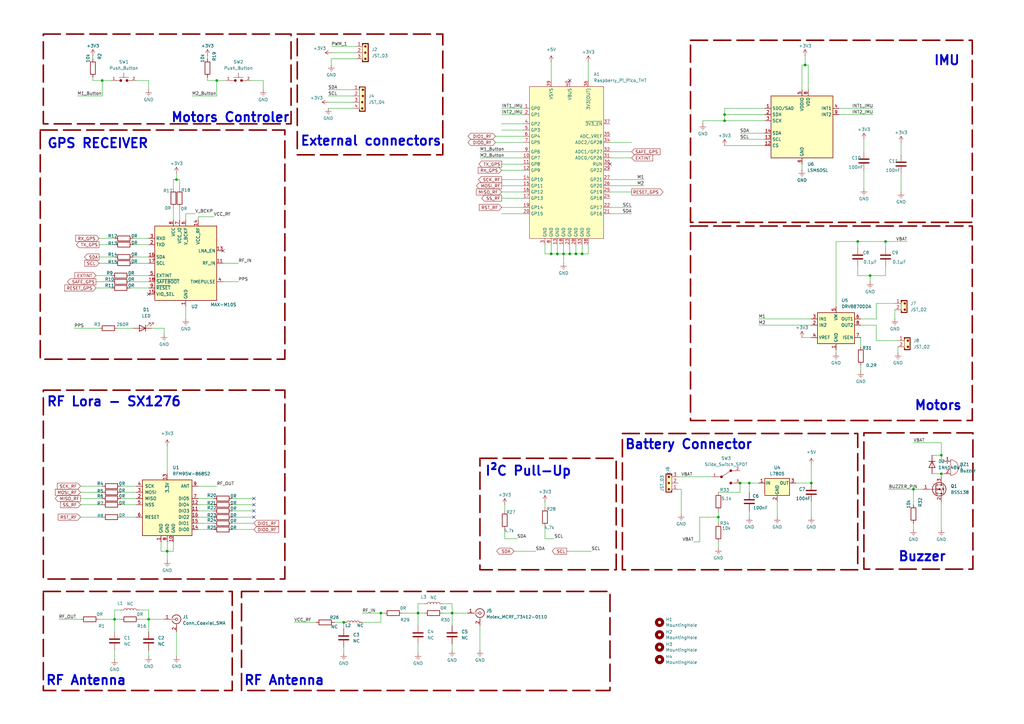
<source format=kicad_sch>
(kicad_sch (version 20231120) (generator "eeschema") (generator_version "8.0")
  (paper "A3")
  (title_block (title "µSIRIUS") (date "2025-07-19") (rev "1.0") (company "Centre Spatial Toulouse Matabiau"))
  (lib_symbols
    (symbol "Connector:Conn_Coaxial" (pin_names (offset 1.016) hide)
      (property "Reference" "J" (at 0.254 3.048 0))
      (property "Value" "Conn_Coaxial" (at 2.921 0 90))
      (symbol "Conn_Coaxial_1_1"
        (pin passive line (at -5.08 0 0) (length 2.54) (name "In") (number "1"))
        (pin passive line (at 0 -5.08 90) (length 2.54) (name "Ext") (number "2"))
      )
    )
    (symbol "Device:Buzzer" (pin_names (offset 0.0254) hide)
      (property "Reference" "BZ" (at 3.81 1.27 0))
      (property "Value" "Buzzer" (at 3.81 -1.27 0))
      (symbol "Buzzer_1_1"
        (pin passive line (at -2.54 2.54 0) (length 2.54) (name "+") (number "1"))
        (pin passive line (at -2.54 -2.54 0) (length 2.54) (name "-") (number "2"))
      )
    )
    (symbol "Device:C" (pin_numbers hide) (pin_names (offset 0.254))
      (property "Reference" "C" (at 0.635 2.54 0))
      (property "Value" "C" (at 0.635 -2.54 0))
      (symbol "C_1_1"
        (pin passive line (at 0 3.81 270) (length 2.794) (name "~") (number "1"))
        (pin passive line (at 0 -3.81 90) (length 2.794) (name "~") (number "2"))
      )
    )
    (symbol "Device:L" (pin_numbers hide) (pin_names (offset 1.016) hide)
      (property "Reference" "L" (at -1.27 0 90))
      (property "Value" "L" (at 1.905 0 90))
      (symbol "L_1_1"
        (pin passive line (at 0 3.81 270) (length 1.27) (name "1") (number "1"))
        (pin passive line (at 0 -3.81 90) (length 1.27) (name "2") (number "2"))
      )
    )
    (symbol "Device:LED" (pin_numbers hide) (pin_names (offset 1.016) hide)
      (property "Reference" "D" (at 0 2.54 0))
      (property "Value" "LED" (at 0 -2.54 0))
      (symbol "LED_1_1"
        (pin passive line (at -3.81 0 0) (length 2.54) (name "K") (number "1"))
        (pin passive line (at 3.81 0 180) (length 2.54) (name "A") (number "2"))
      )
    )
    (symbol "Device:R" (pin_numbers hide) (pin_names (offset 0))
      (property "Reference" "R" (at 2.032 0 90))
      (property "Value" "R" (at 0 0 90))
      (symbol "R_1_1"
        (pin passive line (at 0 3.81 270) (length 1.27) (name "~") (number "1"))
        (pin passive line (at 0 -3.81 90) (length 1.27) (name "~") (number "2"))
      )
    )
    (symbol "Diode:1N4148WT" (pin_numbers hide) (pin_names hide)
      (property "Reference" "D" (at 0 2.54 0))
      (property "Value" "1N4148WT" (at 0 -2.54 0))
      (symbol "1N4148WT_1_1"
        (pin passive line (at -3.81 0 0) (length 2.54) (name "K") (number "1"))
        (pin passive line (at 3.81 0 180) (length 2.54) (name "A") (number "2"))
      )
    )
    (symbol "Driver_Motor:DRV8870DDA"
      (property "Reference" "U" (at -6.35 6.35 0))
      (property "Value" "DRV8870DDA" (at 8.89 6.35 0))
      (symbol "DRV8870DDA_1_1"
        (pin power_in line (at 0 -10.16 90) (length 2.54) (name "GND") (number "1"))
        (pin input line (at -10.16 0 0) (length 2.54) (name "IN2") (number "2"))
        (pin input line (at -10.16 2.54 0) (length 2.54) (name "IN1") (number "3"))
        (pin input line (at -10.16 -5.08 0) (length 2.54) (name "VREF") (number "4"))
        (pin power_in line (at 0 7.62 270) (length 2.54) (name "VM") (number "5"))
        (pin output line (at 10.16 2.54 180) (length 2.54) (name "OUT1") (number "6"))
        (pin passive line (at 10.16 -5.08 180) (length 2.54) (name "ISEN") (number "7"))
        (pin output line (at 10.16 0 180) (length 2.54) (name "OUT2") (number "8"))
        (pin passive line (at 0 -10.16 90) (length 2.54) hide (name "GND") (number "9"))
      )
    )
    (symbol "Mechanical:MountingHole" (pin_names (offset 1.016))
      (property "Reference" "H" (at 0 5.08 0))
      (property "Value" "MountingHole" (at 0 3.175 0))
    )
    (symbol "PCM_SL_Connectors:JST_02"
      (property "Reference" "J" (at 0 7.62 0))
      (property "Value" "JST_02" (at 0 5.08 0))
      (symbol "JST_02_1_1"
        (pin passive line (at -3.81 1.27 0) (length 2.54) (name "") (number "1"))
        (pin passive line (at -3.81 -1.27 0) (length 2.54) (name "") (number "2"))
      )
    )
    (symbol "PCM_SL_Connectors:JST_03"
      (property "Reference" "J" (at 0 8.89 0))
      (property "Value" "JST_03" (at 0 6.35 0))
      (symbol "JST_03_1_1"
        (pin passive line (at -3.81 2.54 0) (length 2.54) (name "") (number "1"))
        (pin passive line (at -3.81 0 0) (length 2.54) (name "") (number "2"))
        (pin passive line (at -3.81 -2.54 0) (length 2.54) (name "") (number "3"))
      )
    )
    (symbol "PCM_SL_Connectors:JST_04"
      (property "Reference" "J4" (at 2.54 1.2701 0))
      (property "Value" "JST_04" (at 2.54 -1.2699 0))
      (symbol "JST_04_1_1"
        (pin bidirectional line (at -3.81 3.81 0) (length 2.54) (name "") (number "1"))
        (pin bidirectional line (at -3.81 1.27 0) (length 2.54) (name "") (number "2"))
        (pin bidirectional line (at -3.81 -1.27 0) (length 2.54) (name "") (number "3"))
        (pin bidirectional line (at -3.81 -3.81 0) (length 2.54) (name "") (number "4"))
      )
    )
    (symbol "PCM_SL_Development_Board:Raspberry_Pi_Pico_THT"
      (property "Reference" "A" (at 12.7 34.29 0))
      (property "Value" "Raspberry_Pi_Pico_THT" (at 21.59 31.75 0))
      (symbol "Raspberry_Pi_Pico_THT_1_1"
        (pin bidirectional line (at -17.78 20.32 0) (length 2.54) (name "GP0") (number "1"))
        (pin bidirectional line (at -17.78 0 0) (length 2.54) (name "GP7") (number "10"))
        (pin bidirectional line (at -17.78 -2.54 0) (length 2.54) (name "GP8") (number "11"))
        (pin bidirectional line (at -17.78 -5.08 0) (length 2.54) (name "GP9") (number "12"))
        (pin power_in line (at -3.81 -35.56 90) (length 2.54) (name "GND") (number "13"))
        (pin bidirectional line (at -17.78 -8.89 0) (length 2.54) (name "GP10") (number "14"))
        (pin bidirectional line (at -17.78 -11.43 0) (length 2.54) (name "GP11") (number "15"))
        (pin bidirectional line (at -17.78 -13.97 0) (length 2.54) (name "GP12") (number "16"))
        (pin bidirectional line (at -17.78 -16.51 0) (length 2.54) (name "GP13") (number "17"))
        (pin power_in line (at -1.27 -35.56 90) (length 2.54) (name "GND") (number "18"))
        (pin bidirectional line (at -17.78 -20.32 0) (length 2.54) (name "GP14") (number "19"))
        (pin bidirectional line (at -17.78 17.78 0) (length 2.54) (name "GP1") (number "2"))
        (pin bidirectional line (at -17.78 -22.86 0) (length 2.54) (name "GP15") (number "20"))
        (pin bidirectional line (at 17.78 -22.86 180) (length 2.54) (name "GP16") (number "21"))
        (pin bidirectional line (at 17.78 -20.32 180) (length 2.54) (name "GP17") (number "22"))
        (pin power_in line (at 1.27 -35.56 90) (length 2.54) (name "GND") (number "23"))
        (pin bidirectional line (at 17.78 -16.51 180) (length 2.54) (name "GP18") (number "24"))
        (pin bidirectional line (at 17.78 -13.97 180) (length 2.54) (name "GP19") (number "25"))
        (pin bidirectional line (at 17.78 -11.43 180) (length 2.54) (name "GP20") (number "26"))
        (pin bidirectional line (at 17.78 -8.89 180) (length 2.54) (name "GP21") (number "27"))
        (pin power_in line (at 3.81 -35.56 90) (length 2.54) (name "GND") (number "28"))
        (pin bidirectional line (at 17.78 -5.08 180) (length 2.54) (name "GP22") (number "29"))
        (pin power_in line (at -8.89 -35.56 90) (length 2.54) (name "GND") (number "3"))
        (pin bidirectional line (at 17.78 -2.54 180) (length 2.54) (name "RUN") (number "30"))
        (pin bidirectional line (at 17.78 0 180) (length 2.54) (name "ADC0/GP26") (number "31"))
        (pin bidirectional line (at 17.78 2.54 180) (length 2.54) (name "ADC1/GP27") (number "32"))
        (pin power_in line (at 6.35 -35.56 90) (length 2.54) (name "GND") (number "33"))
        (pin bidirectional line (at 17.78 6.35 180) (length 2.54) (name "ADC2/GP28") (number "34"))
        (pin bidirectional line (at 17.78 8.89 180) (length 2.54) (name "ADC_VREF") (number "35"))
        (pin power_in line (at 8.89 31.75 270) (length 2.54) (name "3V3(OUT)") (number "36"))
        (pin bidirectional line (at 17.78 13.97 180) (length 2.54) (name "~{3V3_EN}") (number "37"))
        (pin power_in line (at 8.89 -35.56 90) (length 2.54) (name "GND") (number "38"))
        (pin power_in line (at -6.35 31.75 270) (length 2.54) (name "VSYS") (number "39"))
        (pin bidirectional line (at -17.78 13.97 0) (length 2.54) (name "GP2") (number "4"))
        (pin power_in line (at 1.27 31.75 270) (length 2.54) (name "VBUS") (number "40"))
        (pin bidirectional line (at -17.78 11.43 0) (length 2.54) (name "GP3") (number "5"))
        (pin bidirectional line (at -17.78 8.89 0) (length 2.54) (name "GP4") (number "6"))
        (pin bidirectional line (at -17.78 6.35 0) (length 2.54) (name "GP5") (number "7"))
        (pin power_in line (at -6.35 -35.56 90) (length 2.54) (name "GND") (number "8"))
        (pin bidirectional line (at -17.78 2.54 0) (length 2.54) (name "GP6") (number "9"))
      )
    )
    (symbol "PCM_SL_Devices:Push_Button"
      (property "Reference" "SW" (at 0 6.35 0))
      (property "Value" "Push_Button" (at 0 4.445 0))
      (symbol "Push_Button_1_1"
        (pin passive line (at -5.08 0 0) (length 2) (name "") (number "1"))
        (pin passive line (at 5.08 0 180) (length 2) (name "") (number "2"))
      )
    )
    (symbol "PCM_SL_Devices:Slide_Switch_SPDT_P3mm_10x5x10mm"
      (property "Reference" "SW" (at 0 6.35 0))
      (property "Value" "Slide_Switch_SPDT_P3mm_10x5x10mm" (at -1.27 -5.08 0))
      (symbol "Slide_Switch_SPDT_P3mm_10x5x10mm_1_1"
        (pin passive line (at -6.35 0 0) (length 2) (name "") (number "1"))
        (pin passive line (at 5.08 2.54 180) (length 2) (name "") (number "2"))
        (pin passive line (at 5.08 -2.54 180) (length 2) (name "") (number "3"))
      )
    )
    (symbol "RF_GPS:MAX-M10S"
      (property "Reference" "U" (at -10.16 16.51 0))
      (property "Value" "MAX-M10S" (at 11.43 16.51 0))
      (symbol "MAX-M10S_1_1"
        (pin power_in line (at 0 -17.78 90) (length 2.54) (name "GND") (number "1"))
        (pin passive line (at 0 -17.78 90) (length 2.54) hide (name "GND") (number "10"))
        (pin input line (at 15.24 0 180) (length 2.54) (name "RF_IN") (number "11"))
        (pin passive line (at 0 -17.78 90) (length 2.54) hide (name "GND") (number "12"))
        (pin output line (at 15.24 5.08 180) (length 2.54) (name "LNA_EN") (number "13"))
        (pin power_out line (at 5.08 17.78 270) (length 2.54) (name "VCC_RF") (number "14"))
        (pin input line (at -15.24 -12.7 0) (length 2.54) (name "VIO_SEL") (number "15"))
        (pin bidirectional line (at -15.24 2.54 0) (length 2.54) (name "SDA") (number "16"))
        (pin input line (at -15.24 0 0) (length 2.54) (name "SCL") (number "17"))
        (pin input line (at -15.24 -7.62 0) (length 2.54) (name "~{SAFEBOOT}") (number "18"))
        (pin output line (at -15.24 7.62 0) (length 2.54) (name "TXD") (number "2"))
        (pin input line (at -15.24 10.16 0) (length 2.54) (name "RXD") (number "3"))
        (pin output line (at 15.24 -7.62 180) (length 2.54) (name "TIMEPULSE") (number "4"))
        (pin input line (at -15.24 -5.08 0) (length 2.54) (name "EXTINT") (number "5"))
        (pin power_in line (at 0 17.78 270) (length 2.54) (name "V_BCKP") (number "6"))
        (pin power_in line (at -2.54 17.78 270) (length 2.54) (name "VCC_IO") (number "7"))
        (pin power_in line (at -5.08 17.78 270) (length 2.54) (name "VCC") (number "8"))
        (pin input line (at -15.24 -10.16 0) (length 2.54) (name "~{RESET}") (number "9"))
      )
    )
    (symbol "RF_Module:RFM95W-868S2" (pin_names (offset 1.016))
      (property "Reference" "U" (at -10.414 11.684 0))
      (property "Value" "RFM95W-868S2" (at 1.524 11.43 0))
      (symbol "RFM95W-868S2_1_1"
        (pin power_in line (at -2.54 -15.24 90) (length 2.54) (name "GND") (number "1"))
        (pin power_in line (at 2.54 -15.24 90) (length 2.54) (name "GND") (number "10"))
        (pin bidirectional line (at 12.7 -2.54 180) (length 2.54) (name "DIO3") (number "11"))
        (pin bidirectional line (at 12.7 0 180) (length 2.54) (name "DIO4") (number "12"))
        (pin power_in line (at 0 12.7 270) (length 2.54) (name "3.3V") (number "13"))
        (pin bidirectional line (at 12.7 -10.16 180) (length 2.54) (name "DIO0") (number "14"))
        (pin bidirectional line (at 12.7 -7.62 180) (length 2.54) (name "DIO1") (number "15"))
        (pin bidirectional line (at 12.7 -5.08 180) (length 2.54) (name "DIO2") (number "16"))
        (pin output line (at -12.7 2.54 0) (length 2.54) (name "MISO") (number "2"))
        (pin input line (at -12.7 5.08 0) (length 2.54) (name "MOSI") (number "3"))
        (pin input line (at -12.7 7.62 0) (length 2.54) (name "SCK") (number "4"))
        (pin input line (at -12.7 0 0) (length 2.54) (name "NSS") (number "5"))
        (pin bidirectional line (at -12.7 -5.08 0) (length 2.54) (name "RESET") (number "6"))
        (pin bidirectional line (at 12.7 2.54 180) (length 2.54) (name "DIO5") (number "7"))
        (pin power_in line (at 0 -15.24 90) (length 2.54) (name "GND") (number "8"))
        (pin bidirectional line (at 12.7 7.62 180) (length 2.54) (name "ANT") (number "9"))
      )
    )
    (symbol "Regulator_Linear:L7805" (pin_names (offset 0.254))
      (property "Reference" "U" (at -3.81 3.175 0))
      (property "Value" "L7805" (at 0 3.175 0))
      (symbol "L7805_1_1"
        (pin power_in line (at -7.62 0 0) (length 2.54) (name "IN") (number "1"))
        (pin power_in line (at 0 -7.62 90) (length 2.54) (name "GND") (number "2"))
        (pin power_out line (at 7.62 0 180) (length 2.54) (name "OUT") (number "3"))
      )
    )
    (symbol "Sensor_Motion:LSM6DSL"
      (property "Reference" "U" (at -11.43 15.24 0))
      (property "Value" "LSM6DSL" (at -11.43 12.7 0))
      (symbol "LSM6DSL_1_1"
        (pin bidirectional line (at -15.24 7.62 0) (length 2.54) (name "SDO/SA0") (number "1"))
        (pin no_connect line (at 12.7 -5.08 180) (length 3.81) hide (name "NC") (number "10"))
        (pin no_connect line (at 12.7 -2.54 180) (length 3.81) hide (name "NC") (number "11"))
        (pin input line (at -15.24 -7.62 0) (length 2.54) (name "CS") (number "12"))
        (pin input line (at -15.24 -5.08 0) (length 2.54) (name "SCL") (number "13"))
        (pin bidirectional line (at -15.24 -2.54 0) (length 2.54) (name "SDA") (number "14"))
        (pin bidirectional line (at -15.24 5.08 0) (length 2.54) (name "SDX") (number "2"))
        (pin input line (at -15.24 2.54 0) (length 2.54) (name "SCX") (number "3"))
        (pin output line (at 15.24 7.62 180) (length 2.54) (name "INT1") (number "4"))
        (pin power_in line (at 0 15.24 270) (length 2.54) (name "VDDIO") (number "5"))
        (pin power_in line (at 0 -15.24 90) (length 2.54) (name "GND") (number "6"))
        (pin passive line (at 0 -15.24 90) (length 2.54) hide (name "GND") (number "7"))
        (pin power_in line (at 2.54 15.24 270) (length 2.54) (name "VDD") (number "8"))
        (pin output line (at 15.24 5.08 180) (length 2.54) (name "INT2") (number "9"))
      )
    )
    (symbol "Transistor_FET:BSS138" (pin_names hide)
      (property "Reference" "Q" (at 5.08 1.905 0))
      (property "Value" "BSS138" (at 5.08 0 0))
      (symbol "BSS138_1_1"
        (pin input line (at -5.08 0 0) (length 2.54) (name "G") (number "1"))
        (pin passive line (at 2.54 -5.08 90) (length 2.54) (name "S") (number "2"))
        (pin passive line (at 2.54 5.08 270) (length 2.54) (name "D") (number "3"))
      )
    )
    (symbol "power:+3V3" (power) (pin_numbers hide) (pin_names (offset 0) hide)
      (property "Value" "+3V3" (at 0 3.556 0))
      (symbol "+3V3_1_1"
        (pin power_in line (at 0 0 90) (length 0) (name "~") (number "1"))
      )
    )
    (symbol "power:+5V" (power) (pin_numbers hide) (pin_names (offset 0) hide)
      (property "Value" "+5V" (at 0 3.556 0))
      (symbol "+5V_1_1"
        (pin power_in line (at 0 0 90) (length 0) (name "~") (number "1"))
      )
    )
    (symbol "power:Earth" (power) (pin_numbers hide) (pin_names (offset 0) hide)
      (property "Value" "Earth" (at 0 -3.81 0))
      (symbol "Earth_1_1"
        (pin power_in line (at 0 0 270) (length 0) (name "~") (number "1"))
      )
    )
  )
  (junction (at 60.96 254))
  (junction (at 351.79 99.06))
  (junction (at 307.34 198.12))
  (junction (at 374.65 200.66))
  (junction (at 330.2 26.67))
  (junction (at 46.99 254))
  (junction (at 236.22 104.14))
  (junction (at 228.6 104.14))
  (junction (at 297.18 46.99))
  (junction (at 294.64 212.09))
  (junction (at 140.97 255.27))
  (junction (at 233.68 104.14))
  (junction (at 185.42 251.46))
  (junction (at 332.74 198.12))
  (junction (at 363.22 99.06))
  (junction (at 297.18 49.53))
  (junction (at 72.39 73.66))
  (junction (at 356.87 113.03))
  (junction (at 303.53 198.12))
  (junction (at 226.06 104.14))
  (junction (at 386.08 194.31))
  (junction (at 156.21 251.46))
  (junction (at 171.45 251.46))
  (junction (at 231.14 104.14))
  (junction (at 68.58 226.06))
  (junction (at 88.9 33.02))
  (junction (at 386.08 186.69))
  (junction (at 238.76 104.14))
  (junction (at 41.91 33.02))
  (no_connect (at 233.68 33.02))
  (no_connect (at 104.14 209.55))
  (no_connect (at 104.14 204.47))
  (no_connect (at 104.14 212.09))
  (no_connect (at 60.96 120.65))
  (no_connect (at 91.44 102.87))
  (no_connect (at 104.14 207.01))
  (no_connect (at 250.19 67.31))
  (no_connect (at 274.32 194.31))
  (wire (pts (xy 95.25 217.17) (xy 104.14 217.17)))
  (wire (pts (xy 386.08 189.23) (xy 387.35 189.23)))
  (wire (pts (xy 73.66 85.09) (xy 73.66 90.17)))
  (wire (pts (xy 374.65 217.17) (xy 374.65 214.63)))
  (wire (pts (xy 137.16 255.27) (xy 140.97 255.27)))
  (wire (pts (xy 205.74 73.66) (xy 214.63 73.66)))
  (wire (pts (xy 135.89 19.05) (xy 146.05 19.05)))
  (wire (pts (xy 196.85 256.54) (xy 196.85 266.7)))
  (wire (pts (xy 386.08 181.61) (xy 374.65 181.61)))
  (wire (pts (xy 171.45 247.65) (xy 171.45 251.46)))
  (wire (pts (xy 228.6 104.14) (xy 228.6 100.33)))
  (wire (pts (xy 368.3 139.7) (xy 359.41 139.7)))
  (wire (pts (xy 54.61 105.41) (xy 60.96 105.41)))
  (wire (pts (xy 307.34 212.09) (xy 307.34 209.55)))
  (wire (pts (xy 53.34 115.57) (xy 60.96 115.57)))
  (wire (pts (xy 49.53 207.01) (xy 55.88 207.01)))
  (wire (pts (xy 359.41 124.46) (xy 367.03 124.46)))
  (wire (pts (xy 102.87 33.02) (xy 107.95 33.02)))
  (wire (pts (xy 48.26 134.62) (xy 54.61 134.62)))
  (wire (pts (xy 60.96 33.02) (xy 60.96 36.83)))
  (wire (pts (xy 330.2 26.67) (xy 331.47 26.67)))
  (wire (pts (xy 223.52 205.74) (xy 223.52 208.28)))
  (wire (pts (xy 76.2 87.63) (xy 80.01 87.63)))
  (wire (pts (xy 363.22 99.06) (xy 363.22 101.6)))
  (wire (pts (xy 367.03 127) (xy 367.03 130.81)))
  (wire (pts (xy 205.74 67.31) (xy 214.63 67.31)))
  (wire (pts (xy 54.61 100.33) (xy 60.96 100.33)))
  (wire (pts (xy 328.93 69.85) (xy 328.93 67.31)))
  (wire (pts (xy 156.21 251.46) (xy 157.48 251.46)))
  (wire (pts (xy 66.04 222.25) (xy 66.04 226.06)))
  (wire (pts (xy 328.93 26.67) (xy 330.2 26.67)))
  (wire (pts (xy 71.12 73.66) (xy 72.39 73.66)))
  (wire (pts (xy 223.52 215.9) (xy 223.52 220.98)))
  (wire (pts (xy 331.47 26.67) (xy 331.47 36.83)))
  (wire (pts (xy 40.64 100.33) (xy 46.99 100.33)))
  (wire (pts (xy 205.74 87.63) (xy 214.63 87.63)))
  (wire (pts (xy 41.91 33.02) (xy 38.1 33.02)))
  (wire (pts (xy 78.74 39.37) (xy 88.9 39.37)))
  (wire (pts (xy 148.59 251.46) (xy 156.21 251.46)))
  (wire (pts (xy 72.39 73.66) (xy 73.66 73.66)))
  (wire (pts (xy 41.91 204.47) (xy 33.02 204.47)))
  (wire (pts (xy 236.22 104.14) (xy 236.22 100.33)))
  (wire (pts (xy 205.74 46.99) (xy 214.63 46.99)))
  (wire (pts (xy 30.48 134.62) (xy 40.64 134.62)))
  (wire (pts (xy 196.85 62.23) (xy 214.63 62.23)))
  (wire (pts (xy 232.41 226.06) (xy 242.57 226.06)))
  (wire (pts (xy 207.01 217.17) (xy 207.01 220.98)))
  (wire (pts (xy 24.13 254) (xy 33.02 254)))
  (wire (pts (xy 71.12 85.09) (xy 71.12 90.17)))
  (wire (pts (xy 67.31 134.62) (xy 67.31 137.16)))
  (wire (pts (xy 226.06 25.4) (xy 226.06 33.02)))
  (wire (pts (xy 173.99 247.65) (xy 171.45 247.65)))
  (wire (pts (xy 49.53 199.39) (xy 55.88 199.39)))
  (wire (pts (xy 354.33 57.15) (xy 354.33 62.23)))
  (wire (pts (xy 53.34 118.11) (xy 60.96 118.11)))
  (wire (pts (xy 342.9 125.73) (xy 342.9 99.06)))
  (wire (pts (xy 279.4 200.66) (xy 279.4 210.82)))
  (wire (pts (xy 46.99 270.51) (xy 46.99 266.7)))
  (wire (pts (xy 342.9 144.78) (xy 342.9 143.51)))
  (wire (pts (xy 303.53 198.12) (xy 303.53 201.93)))
  (wire (pts (xy 250.19 73.66) (xy 264.16 73.66)))
  (wire (pts (xy 95.25 212.09) (xy 104.14 212.09)))
  (wire (pts (xy 297.18 44.45) (xy 297.18 46.99)))
  (wire (pts (xy 259.08 64.77) (xy 250.19 64.77)))
  (wire (pts (xy 140.97 267.97) (xy 140.97 265.43)))
  (wire (pts (xy 353.06 130.81) (xy 359.41 130.81)))
  (wire (pts (xy 369.57 78.74) (xy 369.57 71.12)))
  (wire (pts (xy 278.13 195.58) (xy 292.1 195.58)))
  (wire (pts (xy 71.12 222.25) (xy 71.12 226.06)))
  (wire (pts (xy 250.19 85.09) (xy 259.08 85.09)))
  (wire (pts (xy 95.25 207.01) (xy 104.14 207.01)))
  (wire (pts (xy 53.34 113.03) (xy 60.96 113.03)))
  (wire (pts (xy 259.08 78.74) (xy 250.19 78.74)))
  (wire (pts (xy 328.93 36.83) (xy 328.93 26.67)))
  (wire (pts (xy 332.74 212.09) (xy 332.74 205.74)))
  (wire (pts (xy 311.15 133.35) (xy 332.74 133.35)))
  (wire (pts (xy 369.57 58.42) (xy 369.57 63.5)))
  (wire (pts (xy 238.76 104.14) (xy 241.3 104.14)))
  (wire (pts (xy 368.3 142.24) (xy 368.3 144.78)))
  (wire (pts (xy 41.91 207.01) (xy 33.02 207.01)))
  (wire (pts (xy 303.53 54.61) (xy 313.69 54.61)))
  (wire (pts (xy 386.08 194.31) (xy 387.35 194.31)))
  (wire (pts (xy 185.42 251.46) (xy 181.61 251.46)))
  (wire (pts (xy 303.53 57.15) (xy 313.69 57.15)))
  (wire (pts (xy 87.63 209.55) (xy 81.28 209.55)))
  (wire (pts (xy 374.65 200.66) (xy 378.46 200.66)))
  (wire (pts (xy 363.22 109.22) (xy 363.22 113.03)))
  (wire (pts (xy 294.64 224.79) (xy 294.64 222.25)))
  (wire (pts (xy 185.42 247.65) (xy 185.42 251.46)))
  (wire (pts (xy 81.28 199.39) (xy 88.9 199.39)))
  (wire (pts (xy 120.65 255.27) (xy 129.54 255.27)))
  (wire (pts (xy 85.09 22.86) (xy 85.09 24.13)))
  (wire (pts (xy 205.74 50.8) (xy 214.63 50.8)))
  (wire (pts (xy 60.96 254) (xy 67.31 254)))
  (wire (pts (xy 231.14 107.95) (xy 231.14 104.14)))
  (wire (pts (xy 55.88 33.02) (xy 60.96 33.02)))
  (wire (pts (xy 185.42 251.46) (xy 185.42 256.54)))
  (wire (pts (xy 386.08 189.23) (xy 386.08 186.69)))
  (wire (pts (xy 313.69 44.45) (xy 297.18 44.45)))
  (wire (pts (xy 66.04 226.06) (xy 68.58 226.06)))
  (wire (pts (xy 364.49 200.66) (xy 374.65 200.66)))
  (wire (pts (xy 223.52 104.14) (xy 226.06 104.14)))
  (wire (pts (xy 318.77 212.09) (xy 318.77 205.74)))
  (wire (pts (xy 231.14 104.14) (xy 233.68 104.14)))
  (wire (pts (xy 95.25 204.47) (xy 104.14 204.47)))
  (wire (pts (xy 87.63 212.09) (xy 81.28 212.09)))
  (wire (pts (xy 342.9 99.06) (xy 351.79 99.06)))
  (wire (pts (xy 207.01 220.98) (xy 212.09 220.98)))
  (wire (pts (xy 382.27 194.31) (xy 386.08 194.31)))
  (wire (pts (xy 60.96 254) (xy 57.15 254)))
  (wire (pts (xy 382.27 186.69) (xy 386.08 186.69)))
  (wire (pts (xy 39.37 115.57) (xy 45.72 115.57)))
  (wire (pts (xy 233.68 104.14) (xy 233.68 100.33)))
  (wire (pts (xy 297.18 49.53) (xy 313.69 49.53)))
  (wire (pts (xy 250.19 58.42) (xy 259.08 58.42)))
  (wire (pts (xy 351.79 109.22) (xy 351.79 113.03)))
  (wire (pts (xy 85.09 31.75) (xy 85.09 33.02)))
  (wire (pts (xy 297.18 46.99) (xy 297.18 49.53)))
  (wire (pts (xy 205.74 69.85) (xy 214.63 69.85)))
  (wire (pts (xy 332.74 190.5) (xy 332.74 198.12)))
  (wire (pts (xy 259.08 62.23) (xy 250.19 62.23)))
  (wire (pts (xy 223.52 220.98) (xy 227.33 220.98)))
  (wire (pts (xy 140.97 255.27) (xy 140.97 257.81)))
  (wire (pts (xy 386.08 186.69) (xy 386.08 181.61)))
  (wire (pts (xy 231.14 104.14) (xy 231.14 100.33)))
  (wire (pts (xy 156.21 255.27) (xy 156.21 251.46)))
  (wire (pts (xy 71.12 226.06) (xy 68.58 226.06)))
  (wire (pts (xy 148.59 255.27) (xy 156.21 255.27)))
  (wire (pts (xy 386.08 194.31) (xy 386.08 195.58)))
  (wire (pts (xy 203.2 55.88) (xy 214.63 55.88)))
  (wire (pts (xy 196.85 64.77) (xy 214.63 64.77)))
  (wire (pts (xy 41.91 212.09) (xy 33.02 212.09)))
  (wire (pts (xy 351.79 113.03) (xy 356.87 113.03)))
  (wire (pts (xy 185.42 266.7) (xy 185.42 264.16)))
  (wire (pts (xy 294.64 212.09) (xy 287.02 212.09)))
  (wire (pts (xy 205.74 76.2) (xy 214.63 76.2)))
  (wire (pts (xy 38.1 31.75) (xy 38.1 33.02)))
  (wire (pts (xy 303.53 198.12) (xy 307.34 198.12)))
  (wire (pts (xy 374.65 200.66) (xy 374.65 207.01)))
  (wire (pts (xy 46.99 250.19) (xy 46.99 254)))
  (wire (pts (xy 238.76 104.14) (xy 238.76 100.33)))
  (wire (pts (xy 41.91 33.02) (xy 41.91 39.37)))
  (wire (pts (xy 307.34 198.12) (xy 311.15 198.12)))
  (wire (pts (xy 250.19 76.2) (xy 264.16 76.2)))
  (wire (pts (xy 62.23 134.62) (xy 67.31 134.62)))
  (wire (pts (xy 87.63 204.47) (xy 81.28 204.47)))
  (wire (pts (xy 60.96 254) (xy 60.96 259.08)))
  (wire (pts (xy 45.72 33.02) (xy 41.91 33.02)))
  (wire (pts (xy 49.53 212.09) (xy 55.88 212.09)))
  (wire (pts (xy 91.44 115.57) (xy 97.79 115.57)))
  (wire (pts (xy 60.96 250.19) (xy 60.96 254)))
  (wire (pts (xy 359.41 130.81) (xy 359.41 124.46)))
  (wire (pts (xy 226.06 104.14) (xy 228.6 104.14)))
  (wire (pts (xy 40.64 107.95) (xy 46.99 107.95)))
  (wire (pts (xy 88.9 33.02) (xy 85.09 33.02)))
  (wire (pts (xy 134.62 36.83) (xy 144.78 36.83)))
  (wire (pts (xy 363.22 99.06) (xy 372.11 99.06)))
  (wire (pts (xy 60.96 269.24) (xy 60.96 266.7)))
  (wire (pts (xy 288.29 49.53) (xy 297.18 49.53)))
  (wire (pts (xy 332.74 198.12) (xy 326.39 198.12)))
  (wire (pts (xy 185.42 251.46) (xy 191.77 251.46)))
  (wire (pts (xy 205.74 53.34) (xy 214.63 53.34)))
  (wire (pts (xy 87.63 207.01) (xy 81.28 207.01)))
  (wire (pts (xy 76.2 90.17) (xy 76.2 87.63)))
  (wire (pts (xy 228.6 104.14) (xy 231.14 104.14)))
  (wire (pts (xy 351.79 101.6) (xy 351.79 99.06)))
  (wire (pts (xy 356.87 113.03) (xy 363.22 113.03)))
  (wire (pts (xy 134.62 44.45) (xy 144.78 44.45)))
  (wire (pts (xy 173.99 251.46) (xy 171.45 251.46)))
  (wire (pts (xy 135.89 21.59) (xy 146.05 21.59)))
  (wire (pts (xy 54.61 97.79) (xy 60.96 97.79)))
  (wire (pts (xy 73.66 73.66) (xy 73.66 77.47)))
  (wire (pts (xy 205.74 44.45) (xy 214.63 44.45)))
  (wire (pts (xy 171.45 251.46) (xy 171.45 256.54)))
  (wire (pts (xy 87.63 217.17) (xy 81.28 217.17)))
  (wire (pts (xy 92.71 33.02) (xy 88.9 33.02)))
  (wire (pts (xy 49.53 250.19) (xy 46.99 250.19)))
  (wire (pts (xy 41.91 201.93) (xy 33.02 201.93)))
  (wire (pts (xy 81.28 88.9) (xy 87.63 88.9)))
  (wire (pts (xy 210.82 226.06) (xy 219.71 226.06)))
  (wire (pts (xy 351.79 99.06) (xy 363.22 99.06)))
  (wire (pts (xy 233.68 104.14) (xy 236.22 104.14)))
  (wire (pts (xy 241.3 104.14) (xy 241.3 100.33)))
  (wire (pts (xy 81.28 90.17) (xy 81.28 88.9)))
  (wire (pts (xy 107.95 33.02) (xy 107.95 36.83)))
  (wire (pts (xy 353.06 133.35) (xy 359.41 133.35)))
  (wire (pts (xy 95.25 214.63) (xy 104.14 214.63)))
  (wire (pts (xy 356.87 115.57) (xy 356.87 113.03)))
  (wire (pts (xy 41.91 199.39) (xy 33.02 199.39)))
  (wire (pts (xy 31.75 39.37) (xy 41.91 39.37)))
  (wire (pts (xy 328.93 138.43) (xy 332.74 138.43)))
  (wire (pts (xy 171.45 251.46) (xy 165.1 251.46)))
  (wire (pts (xy 87.63 214.63) (xy 81.28 214.63)))
  (wire (pts (xy 39.37 118.11) (xy 45.72 118.11)))
  (wire (pts (xy 344.17 46.99) (xy 358.14 46.99)))
  (wire (pts (xy 135.89 26.67) (xy 135.89 24.13)))
  (wire (pts (xy 344.17 44.45) (xy 358.14 44.45)))
  (wire (pts (xy 203.2 58.42) (xy 214.63 58.42)))
  (wire (pts (xy 49.53 254) (xy 46.99 254)))
  (wire (pts (xy 250.19 87.63) (xy 259.08 87.63)))
  (wire (pts (xy 54.61 107.95) (xy 60.96 107.95)))
  (wire (pts (xy 236.22 104.14) (xy 238.76 104.14)))
  (wire (pts (xy 226.06 104.14) (xy 226.06 100.33)))
  (wire (pts (xy 354.33 77.47) (xy 354.33 69.85)))
  (wire (pts (xy 68.58 226.06) (xy 68.58 222.25)))
  (wire (pts (xy 207.01 207.01) (xy 207.01 209.55)))
  (wire (pts (xy 359.41 139.7) (xy 359.41 133.35)))
  (wire (pts (xy 171.45 267.97) (xy 171.45 264.16)))
  (wire (pts (xy 294.64 212.09) (xy 294.64 214.63)))
  (wire (pts (xy 134.62 39.37) (xy 144.78 39.37)))
  (wire (pts (xy 38.1 22.86) (xy 38.1 24.13)))
  (wire (pts (xy 49.53 201.93) (xy 55.88 201.93)))
  (wire (pts (xy 39.37 113.03) (xy 45.72 113.03)))
  (wire (pts (xy 288.29 49.53) (xy 288.29 50.8)))
  (wire (pts (xy 91.44 107.95) (xy 97.79 107.95)))
  (wire (pts (xy 297.18 46.99) (xy 313.69 46.99)))
  (wire (pts (xy 57.15 250.19) (xy 60.96 250.19)))
  (wire (pts (xy 386.08 205.74) (xy 386.08 217.17)))
  (wire (pts (xy 181.61 247.65) (xy 185.42 247.65)))
  (wire (pts (xy 88.9 33.02) (xy 88.9 39.37)))
  (wire (pts (xy 68.58 229.87) (xy 68.58 226.06)))
  (wire (pts (xy 223.52 104.14) (xy 223.52 100.33)))
  (wire (pts (xy 46.99 254) (xy 46.99 259.08)))
  (wire (pts (xy 134.62 41.91) (xy 144.78 41.91)))
  (wire (pts (xy 353.06 152.4) (xy 353.06 149.86)))
  (wire (pts (xy 135.89 24.13) (xy 146.05 24.13)))
  (wire (pts (xy 279.4 200.66) (xy 278.13 200.66)))
  (wire (pts (xy 205.74 78.74) (xy 214.63 78.74)))
  (wire (pts (xy 76.2 130.81) (xy 76.2 125.73)))
  (wire (pts (xy 297.18 59.69) (xy 313.69 59.69)))
  (wire (pts (xy 311.15 130.81) (xy 332.74 130.81)))
  (wire (pts (xy 40.64 97.79) (xy 46.99 97.79)))
  (wire (pts (xy 205.74 81.28) (xy 214.63 81.28)))
  (wire (pts (xy 40.64 105.41) (xy 46.99 105.41)))
  (wire (pts (xy 95.25 209.55) (xy 104.14 209.55)))
  (wire (pts (xy 284.48 222.25) (xy 287.02 222.25)))
  (wire (pts (xy 303.53 201.93) (xy 294.64 201.93)))
  (wire (pts (xy 49.53 204.47) (xy 55.88 204.47)))
  (wire (pts (xy 72.39 71.12) (xy 72.39 73.66)))
  (wire (pts (xy 353.06 142.24) (xy 353.06 138.43)))
  (wire (pts (xy 71.12 77.47) (xy 71.12 73.66)))
  (wire (pts (xy 205.74 85.09) (xy 214.63 85.09)))
  (wire (pts (xy 241.3 25.4) (xy 241.3 33.02)))
  (wire (pts (xy 330.2 22.86) (xy 330.2 26.67)))
  (wire (pts (xy 287.02 212.09) (xy 287.02 222.25)))
  (wire (pts (xy 68.58 182.88) (xy 68.58 194.31)))
  (wire (pts (xy 294.64 209.55) (xy 294.64 212.09)))
  (wire (pts (xy 307.34 201.93) (xy 307.34 198.12)))
  (wire (pts (xy 46.99 254) (xy 40.64 254)))
  (wire (pts (xy 72.39 259.08) (xy 72.39 269.24)))
  (rectangle (start 283.21 92.71) (end 398.78 172.466) (stroke (width 0.635) (type dash) (color 132 0 0 1)))
  (rectangle (start 354.33 177.546) (end 399.034 233.426) (stroke (width 0.635) (type dash) (color 132 0 0 1)))
  (rectangle (start 121.92 13.97) (end 181.61 63.5) (stroke (width 0.635) (type dash) (color 132 0 0 1)))
  (rectangle (start 17.78 242.57) (end 95.25 283.21) (stroke (width 0.635) (type dash) (color 132 0 0 1)))
  (rectangle (start 196.85 187.96) (end 252.73 233.68) (stroke (width 0.635) (type dash) (color 132 0 0 1)))
  (rectangle (start 99.06 242.57) (end 250.19 283.21) (stroke (width 0.635) (type dash) (color 132 0 0 1)))
  (rectangle (start 255.27 177.8) (end 351.79 233.68) (stroke (width 0.635) (type dash) (color 132 0 0 1)))
  (rectangle (start 17.78 13.97) (end 119.38 50.8) (stroke (width 0.635) (type dash) (color 132 0 0 1)))
  (rectangle (start 17.78 160.02) (end 116.84 237.49) (stroke (width 0.635) (type dash) (color 132 0 0 1)))
  (rectangle (start 16.51 53.34) (end 116.84 147.32) (stroke (width 0.635) (type dash) (color 132 0 0 1)))
  (rectangle (start 283.21 16.51) (end 398.78 91.186) (stroke (width 0.635) (type dash) (color 132 0 0 1)))
  (text "Motors Controler" (at 94.488 48.26 0) (effects (font (size 3.81 3.81) (thickness 0.762) (bold yes))))
  (text "External connectors" (at 152.146 57.912 0) (effects (font (size 3.81 3.81) (thickness 0.762) (bold yes))))
  (text "Buzzer" (at 378.206 228.346 0) (effects (font (size 3.81 3.81) (thickness 0.762) (bold yes))))
  (text "GPS RECEIVER" (at 40.132 58.928 0) (effects (font (size 3.81 3.81) (thickness 0.762) (bold yes))))
  (text "RF Lora - SX1276" (at 46.736 164.846 0) (effects (font (size 3.81 3.81) (thickness 0.762) (bold yes))))
  (text "I²C Pull-Up" (at 216.662 193.294 0) (effects (font (size 3.81 3.81) (thickness 0.762) (bold yes))))
  (text "RF Antenna\n" (at 116.586 279.146 0) (effects (font (size 3.81 3.81) (thickness 0.762) (bold yes))))
  (text "Motors" (at 384.81 166.37 0) (effects (font (size 3.81 3.81) (thickness 0.762) (bold yes))))
  (text "RF Antenna\n" (at 35.306 279.146 0) (effects (font (size 3.81 3.81) (thickness 0.762) (bold yes))))
  (text "Battery Connector" (at 282.448 182.372 0) (effects (font (size 3.81 3.81) (thickness 0.762) (bold yes))))
  (text "IMU" (at 388.366 24.892 0) (effects (font (size 3.81 3.81) (thickness 0.762) (bold yes))))
  (label "VBAT" (at 372.11 99.06 180))
  (label "SDA" (at 134.62 36.83 0))
  (label "M2" (at 264.16 76.2 180))
  (label "V_BCKP" (at 80.01 87.63 0))
  (label "PPS" (at 30.48 134.62 0))
  (label "SCL" (at 242.57 226.06 0))
  (label "VCC_RF" (at 87.63 88.9 0))
  (label "M1" (at 264.16 73.66 180))
  (label "BUZZER_PIN" (at 364.49 200.66 0))
  (label "RF_OUT" (at 24.13 254 0))
  (label "RF_OUT" (at 88.9 199.39 0))
  (label "M1_Button" (at 31.75 39.37 0))
  (label "SCL" (at 134.62 39.37 0))
  (label "SDA" (at 259.08 87.63 180))
  (label "RF_IN" (at 97.79 107.95 0))
  (label "INT2_IMU" (at 358.14 46.99 180))
  (label "INT2_IMU" (at 205.74 46.99 0))
  (label "PWM_1" (at 135.89 19.05 0))
  (label "RF_IN" (at 148.59 251.46 0))
  (label "SCL" (at 259.08 85.09 180))
  (label "VBAT" (at 279.4 195.58 0))
  (label "SCL" (at 227.33 220.98 0))
  (label "M1_Button" (at 196.85 62.23 0))
  (label "VCC_RF" (at 120.65 255.27 0))
  (label "SDA" (at 212.09 220.98 0))
  (label "VBAT" (at 284.48 222.25 180))
  (label "INT1_IMU" (at 205.74 44.45 0))
  (label "M2" (at 311.15 133.35 0))
  (label "VBAT" (at 374.65 181.61 0))
  (label "SDA" (at 219.71 226.06 0))
  (label "INT1_IMU" (at 358.14 44.45 180))
  (label "M2_Button" (at 78.74 39.37 0))
  (label "SCL" (at 303.53 57.15 0))
  (label "SDA" (at 303.53 54.61 0))
  (label "M2_Button" (at 196.85 64.77 0))
  (label "M1" (at 311.15 130.81 0))
  (label "PPS" (at 97.79 115.57 0))
  (global_label "MOSI_RF" (shape output) (at 205.74 76.2 180) (property "Intersheetrefs" "${INTERSHEET_REFS}" (effects (hide yes))))
  (global_label "MISO_RF" (shape output) (at 33.02 204.47 180) (property "Intersheetrefs" "${INTERSHEET_REFS}" (effects (hide yes))))
  (global_label "RESET_GPS" (shape output) (at 259.08 78.74 0) (property "Intersheetrefs" "${INTERSHEET_REFS}" (effects (hide yes))))
  (global_label "SS_RF" (shape input) (at 33.02 207.01 180) (property "Intersheetrefs" "${INTERSHEET_REFS}" (effects (hide yes))))
  (global_label "RX_GPS" (shape input) (at 205.74 69.85 180) (property "Intersheetrefs" "${INTERSHEET_REFS}" (effects (hide yes))))
  (global_label "RST_RF" (shape input) (at 33.02 212.09 180) (property "Intersheetrefs" "${INTERSHEET_REFS}" (effects (hide yes))))
  (global_label "SCL" (shape output) (at 232.41 226.06 180) (property "Intersheetrefs" "${INTERSHEET_REFS}" (effects (hide yes))))
  (global_label "EXTINT" (shape input) (at 259.08 64.77 0) (property "Intersheetrefs" "${INTERSHEET_REFS}" (effects (hide yes))))
  (global_label "SAFE_GPS" (shape input) (at 259.08 62.23 0) (property "Intersheetrefs" "${INTERSHEET_REFS}" (effects (hide yes))))
  (global_label "EXTINT" (shape input) (at 39.37 113.03 180) (property "Intersheetrefs" "${INTERSHEET_REFS}" (effects (hide yes))))
  (global_label "DIO0_RF" (shape input) (at 104.14 217.17 0) (property "Intersheetrefs" "${INTERSHEET_REFS}" (effects (hide yes))))
  (global_label "SAFE_GPS" (shape output) (at 39.37 115.57 180) (property "Intersheetrefs" "${INTERSHEET_REFS}" (effects (hide yes))))
  (global_label "MISO_RF" (shape input) (at 205.74 78.74 180) (property "Intersheetrefs" "${INTERSHEET_REFS}" (effects (hide yes))))
  (global_label "SCK_RF" (shape output) (at 205.74 73.66 180) (property "Intersheetrefs" "${INTERSHEET_REFS}" (effects (hide yes))))
  (global_label "SCK_RF" (shape input) (at 33.02 199.39 180) (property "Intersheetrefs" "${INTERSHEET_REFS}" (effects (hide yes))))
  (global_label "MOSI_RF" (shape input) (at 33.02 201.93 180) (property "Intersheetrefs" "${INTERSHEET_REFS}" (effects (hide yes))))
  (global_label "DIO1_RF" (shape bidirectional) (at 203.2 55.88 180) (property "Intersheetrefs" "${INTERSHEET_REFS}" (effects (hide yes))))
  (global_label "TX_GPS" (shape output) (at 205.74 67.31 180) (property "Intersheetrefs" "${INTERSHEET_REFS}" (effects (hide yes))))
  (global_label "TX_GPS" (shape output) (at 40.64 100.33 180) (property "Intersheetrefs" "${INTERSHEET_REFS}" (effects (hide yes))))
  (global_label "RST_RF" (shape input) (at 205.74 85.09 180) (property "Intersheetrefs" "${INTERSHEET_REFS}" (effects (hide yes))))
  (global_label "RX_GPS" (shape input) (at 40.64 97.79 180) (property "Intersheetrefs" "${INTERSHEET_REFS}" (effects (hide yes))))
  (global_label "SCL" (shape input) (at 40.64 107.95 180) (property "Intersheetrefs" "${INTERSHEET_REFS}" (effects (hide yes))))
  (global_label "SDA" (shape output) (at 40.64 105.41 180) (property "Intersheetrefs" "${INTERSHEET_REFS}" (effects (hide yes))))
  (global_label "SDA" (shape bidirectional) (at 210.82 226.06 180) (property "Intersheetrefs" "${INTERSHEET_REFS}" (effects (hide yes))))
  (global_label "DIO0_RF" (shape bidirectional) (at 203.2 58.42 180) (property "Intersheetrefs" "${INTERSHEET_REFS}" (effects (hide yes))))
  (global_label "DIO1_RF" (shape input) (at 104.14 214.63 0) (property "Intersheetrefs" "${INTERSHEET_REFS}" (effects (hide yes))))
  (global_label "RESET_GPS" (shape input) (at 39.37 118.11 180) (property "Intersheetrefs" "${INTERSHEET_REFS}" (effects (hide yes))))
  (global_label "SS_RF" (shape output) (at 205.74 81.28 180) (property "Intersheetrefs" "${INTERSHEET_REFS}" (effects (hide yes))))
  (symbol (lib_id "Device:L") (at 144.78 255.27 90) (unit 1)
    (property "Reference" "L2" (at 142.748 256.54 90))
    (property "Value" "NC" (at 147.828 256.54 90))
    (property "Footprint" "Inductor_SMD:L_0603_1608Metric_Pad1.05x0.95mm_HandSolder" (effects (hide yes)))
    (property "Description" "Inductor" (effects (hide yes)))
  )
  (symbol (lib_id "power:+3V3") (at 297.18 59.69 0) (unit 1)
    (property "Reference" "#PWR029" (effects (hide yes)))
    (property "Value" "+3V3" (at 297.18 55.626 0))
    (property "Description" "Power symbol creates a global label with name \"+3V3\"" (effects (hide yes)))
  )
  (symbol (lib_id "Driver_Motor:DRV8870DDA") (at 342.9 133.35 0) (unit 1)
    (property "Reference" "U5" (at 345.0941 123.19 0) (effects (justify left)))
    (property "Value" "DRV8870DDA" (at 345.0941 125.73 0) (effects (justify left)))
    (property "Footprint" "Package_SO:Texas_HTSOP-8-1EP_3.9x4.9mm_P1.27mm_EP2.95x4.9mm_Mask2.4x3.1mm_ThermalVias" (effects (hide yes)))
    (property "Datasheet" "http://www.ti.com/lit/ds/symlink/drv8870.pdf" (effects (hide yes)))
    (property "Description" "Brushed DC Motor Driver, PWM Control, 45V, 3.6A, Dynamic current limiting, HTSOP-8" (effects (hide yes)))
  )
  (symbol (lib_id "Device:C") (at 46.99 262.89 0) (unit 1)
    (property "Reference" "C1" (at 50.8 261.6199 0) (effects (justify left)))
    (property "Value" "NC" (at 50.8 264.1599 0) (effects (justify left)))
    (property "Footprint" "Capacitor_SMD:C_0603_1608Metric_Pad1.08x0.95mm_HandSolder" (effects (hide yes)))
    (property "Description" "Unpolarized capacitor" (effects (hide yes)))
  )
  (symbol (lib_id "power:+5V") (at 226.06 25.4 0) (unit 1)
    (property "Reference" "#PWR021" (effects (hide yes)))
    (property "Value" "+5V" (at 226.06 20.32 0))
    (property "Description" "Power symbol creates a global label with name \"+5V\"" (effects (hide yes)))
  )
  (symbol (lib_id "Device:R") (at 45.72 207.01 90) (mirror x) (unit 1)
    (property "Reference" "R7" (at 41.148 206.502 90))
    (property "Value" "0R" (at 50.038 206.248 90))
    (property "Footprint" "Resistor_SMD:R_0603_1608Metric_Pad0.98x0.95mm_HandSolder" (effects (hide yes)))
    (property "Description" "Resistor" (effects (hide yes)))
  )
  (symbol (lib_id "Mechanical:MountingHole") (at 270.51 255.27 0) (unit 1)
    (property "Reference" "H1" (at 273.05 254.1016 0) (effects (justify left)))
    (property "Value" "MountingHole" (at 273.05 256.413 0) (effects (justify left)))
    (property "Footprint" "MountingHole:MountingHole_2.7mm_M2.5" (effects (hide yes)))
  )
  (symbol (lib_id "PCM_SL_Devices:Slide_Switch_SPDT_P3mm_10x5x10mm") (at 298.45 195.58 0) (unit 1)
    (property "Reference" "SW3" (at 297.815 187.96 0))
    (property "Value" "Slide_Switch_SPDT" (at 297.815 190.5 0))
    (property "Footprint" "PCM_SL_Devices:Slide_Switch_SPDT_P3mm_10x5x10mm" (effects (hide yes)))
    (property "Description" "SPDT Slide Switch with 10mm length, 5mm width and 10mm hight." (effects (hide yes)))
  )
  (symbol (lib_id "power:Earth") (at 68.58 229.87 0) (unit 1)
    (property "Reference" "#PWR07" (effects (hide yes)))
    (property "Value" "GND" (at 68.58 233.934 0))
    (property "Description" "Power symbol creates a global label with name \"Earth\"" (effects (hide yes)))
  )
  (symbol (lib_id "power:Earth") (at 196.85 266.7 0) (unit 1)
    (property "Reference" "#PWR019" (effects (hide yes)))
    (property "Value" "GND" (at 196.85 270.764 0))
    (property "Description" "Power symbol creates a global label with name \"Earth\"" (effects (hide yes)))
  )
  (symbol (lib_id "Device:R") (at 374.65 210.82 180) (unit 1)
    (property "Reference" "R32" (at 377.444 205.994 90))
    (property "Value" "10k" (at 372.618 206.756 90))
    (property "Footprint" "Resistor_SMD:R_0603_1608Metric_Pad0.98x0.95mm_HandSolder" (effects (hide yes)))
    (property "Description" "Resistor" (effects (hide yes)))
  )
  (symbol (lib_id "power:Earth") (at 332.74 212.09 0) (unit 1)
    (property "Reference" "#PWR027" (effects (hide yes)))
    (property "Value" "GND" (at 332.74 216.154 0))
    (property "Description" "Power symbol creates a global label with name \"Earth\"" (effects (hide yes)))
  )
  (symbol (lib_id "Device:R") (at 71.12 81.28 0) (unit 1)
    (property "Reference" "R17" (at 68.834 78.232 0))
    (property "Value" "0R" (at 68.834 85.344 0))
    (property "Footprint" "Resistor_SMD:R_0603_1608Metric_Pad0.98x0.95mm_HandSolder" (effects (hide yes)))
    (property "Description" "Resistor" (effects (hide yes)))
  )
  (symbol (lib_id "Device:R") (at 50.8 100.33 90) (mirror x) (unit 1)
    (property "Reference" "R13" (at 46.228 99.822 90))
    (property "Value" "0R" (at 55.118 99.568 90))
    (property "Footprint" "Resistor_SMD:R_0603_1608Metric_Pad0.98x0.95mm_HandSolder" (effects (hide yes)))
    (property "Description" "Resistor" (effects (hide yes)))
  )
  (symbol (lib_id "Device:R") (at 45.72 212.09 90) (mirror x) (unit 1)
    (property "Reference" "R8" (at 41.148 211.582 90))
    (property "Value" "0R" (at 50.038 211.328 90))
    (property "Footprint" "Resistor_SMD:R_0603_1608Metric_Pad0.98x0.95mm_HandSolder" (effects (hide yes)))
    (property "Description" "Resistor" (effects (hide yes)))
  )
  (symbol (lib_id "Device:L") (at 177.8 247.65 90) (unit 1)
    (property "Reference" "L3" (at 173.736 244.856 90))
    (property "Value" "NC" (at 177.8 245.11 90))
    (property "Footprint" "Inductor_SMD:L_0603_1608Metric_Pad1.05x0.95mm_HandSolder" (effects (hide yes)))
    (property "Description" "Inductor" (effects (hide yes)))
  )
  (symbol (lib_id "power:+3V3") (at 207.01 207.01 0) (unit 1)
    (property "Reference" "#PWR014" (effects (hide yes)))
    (property "Value" "+3V3" (at 207.01 202.946 0))
    (property "Description" "Power symbol creates a global label with name \"+3V3\"" (effects (hide yes)))
  )
  (symbol (lib_id "Device:R") (at 353.06 146.05 0) (unit 1)
    (property "Reference" "R31" (at 355.6 142.748 0))
    (property "Value" "0.2R" (at 357.378 149.86 0))
    (property "Footprint" "Resistor_SMD:R_0603_1608Metric_Pad0.98x0.95mm_HandSolder" (effects (hide yes)))
    (property "Description" "Resistor" (effects (hide yes)))
  )
  (symbol (lib_id "Device:R") (at 45.72 204.47 90) (mirror x) (unit 1)
    (property "Reference" "R6" (at 41.148 203.454 90))
    (property "Value" "0R" (at 50.038 203.454 90))
    (property "Footprint" "Resistor_SMD:R_0603_1608Metric_Pad0.98x0.95mm_HandSolder" (effects (hide yes)))
    (property "Description" "Resistor" (effects (hide yes)))
  )
  (symbol (lib_id "Device:C") (at 60.96 262.89 0) (unit 1)
    (property "Reference" "C2" (at 64.77 261.6199 0) (effects (justify left)))
    (property "Value" "NC" (at 64.77 264.1599 0) (effects (justify left)))
    (property "Footprint" "Capacitor_SMD:C_0603_1608Metric_Pad1.08x0.95mm_HandSolder" (effects (hide yes)))
    (property "Description" "Unpolarized capacitor" (effects (hide yes)))
  )
  (symbol (lib_id "Device:R") (at 294.64 205.74 0) (unit 1)
    (property "Reference" "R33" (at 297.18 200.914 0))
    (property "Value" "5.1k" (at 297.942 204.47 0))
    (property "Footprint" "Resistor_SMD:R_0603_1608Metric_Pad0.98x0.95mm_HandSolder" (effects (hide yes)))
    (property "Description" "Resistor" (effects (hide yes)))
  )
  (symbol (lib_id "Device:R") (at 85.09 27.94 180) (unit 1)
    (property "Reference" "R19" (at 87.884 23.114 90))
    (property "Value" "10k" (at 83.058 23.876 90))
    (property "Footprint" "Resistor_SMD:R_0603_1608Metric_Pad0.98x0.95mm_HandSolder" (effects (hide yes)))
    (property "Description" "Resistor" (effects (hide yes)))
  )
  (symbol (lib_id "Device:C") (at 307.34 205.74 0) (unit 1)
    (property "Reference" "C6" (at 308.61 203.454 0) (effects (justify left)))
    (property "Value" "100nF" (at 308.864 208.28 0) (effects (justify left)))
    (property "Footprint" "Capacitor_SMD:C_0603_1608Metric_Pad1.08x0.95mm_HandSolder" (effects (hide yes)))
    (property "Description" "Unpolarized capacitor" (effects (hide yes)))
  )
  (symbol (lib_id "Device:R") (at 294.64 218.44 0) (unit 1)
    (property "Reference" "R34" (at 297.18 214.63 0))
    (property "Value" "10k" (at 297.942 216.662 0))
    (property "Footprint" "Resistor_SMD:R_0603_1608Metric_Pad0.98x0.95mm_HandSolder" (effects (hide yes)))
    (property "Description" "Resistor" (effects (hide yes)))
  )
  (symbol (lib_id "power:+3V3") (at 38.1 22.86 0) (unit 1)
    (property "Reference" "#PWR01" (effects (hide yes)))
    (property "Value" "+3V3" (at 38.1 18.796 0))
    (property "Description" "Power symbol creates a global label with name \"+3V3\"" (effects (hide yes)))
  )
  (symbol (lib_id "power:+3V3") (at 72.39 71.12 0) (unit 1)
    (property "Reference" "#PWR08" (effects (hide yes)))
    (property "Value" "+3V3" (at 72.39 67.056 0))
    (property "Description" "Power symbol creates a global label with name \"+3V3\"" (effects (hide yes)))
  )
  (symbol (lib_id "Device:R") (at 91.44 204.47 90) (unit 1)
    (property "Reference" "R20" (at 86.868 203.2 90))
    (property "Value" "0R" (at 95.758 203.454 90))
    (property "Footprint" "Resistor_SMD:R_0603_1608Metric_Pad0.98x0.95mm_HandSolder" (effects (hide yes)))
    (property "Description" "Resistor" (effects (hide yes)))
  )
  (symbol (lib_id "power:Earth") (at 72.39 269.24 0) (unit 1)
    (property "Reference" "#PWR09" (effects (hide yes)))
    (property "Value" "GND" (at 72.39 273.304 0))
    (property "Description" "Power symbol creates a global label with name \"Earth\"" (effects (hide yes)))
  )
  (symbol (lib_id "PCM_SL_Development_Board:Raspberry_Pi_Pico_THT") (at 232.41 64.77 0) (unit 1)
    (property "Reference" "A1" (at 243.4941 30.48 0) (effects (justify left)))
    (property "Value" "Raspberry_Pi_Pico_THT" (at 243.4941 33.02 0) (effects (justify left)))
    (property "Footprint" "PCM_SL_Development_Boards:raspberry_pi_pico_THT" (effects (hide yes)))
    (property "Description" "Development Board with RP2040 MCU " (effects (hide yes)))
  )
  (symbol (lib_id "Device:C") (at 369.57 67.31 0) (unit 1)
    (property "Reference" "C11" (at 364.49 66.04 0) (effects (justify left)))
    (property "Value" "100nF" (at 363.22 69.85 0) (effects (justify left)))
    (property "Footprint" "Capacitor_SMD:C_0603_1608Metric_Pad1.08x0.95mm_HandSolder" (effects (hide yes)))
    (property "Description" "Unpolarized capacitor" (effects (hide yes)))
  )
  (symbol (lib_id "Device:R") (at 223.52 212.09 0) (unit 1)
    (property "Reference" "R28" (at 226.06 208.788 0))
    (property "Value" "4.7k" (at 225.298 216.408 0))
    (property "Footprint" "Resistor_SMD:R_0603_1608Metric_Pad0.98x0.95mm_HandSolder" (effects (hide yes)))
    (property "Description" "Resistor" (effects (hide yes)))
  )
  (symbol (lib_id "Device:R") (at 50.8 97.79 90) (mirror x) (unit 1)
    (property "Reference" "R12" (at 46.228 96.774 90))
    (property "Value" "0R" (at 55.118 96.774 90))
    (property "Footprint" "Resistor_SMD:R_0603_1608Metric_Pad0.98x0.95mm_HandSolder" (effects (hide yes)))
    (property "Description" "Resistor" (effects (hide yes)))
  )
  (symbol (lib_id "Device:C") (at 185.42 260.35 0) (unit 1)
    (property "Reference" "C5" (at 189.23 259.0799 0) (effects (justify left)))
    (property "Value" "NC" (at 189.23 261.6199 0) (effects (justify left)))
    (property "Footprint" "Capacitor_SMD:C_0603_1608Metric_Pad1.08x0.95mm_HandSolder" (effects (hide yes)))
    (property "Description" "Unpolarized capacitor" (effects (hide yes)))
  )
  (symbol (lib_id "PCM_SL_Connectors:JST_04") (at 148.59 40.64 0) (unit 1)
    (property "Reference" "J4" (at 151.13 39.3699 0) (effects (justify left)))
    (property "Value" "JST_04" (at 151.13 41.9099 0) (effects (justify left)))
    (property "Footprint" "Connector_JST:JST_EH_S4B-EH_1x04_P2.50mm_Horizontal" (effects (hide yes)))
    (property "Description" "JST Connector  4 pins " (effects (hide yes)))
  )
  (symbol (lib_id "power:Earth") (at 46.99 270.51 0) (unit 1)
    (property "Reference" "#PWR02" (effects (hide yes)))
    (property "Value" "GND" (at 46.99 274.574 0))
    (property "Description" "Power symbol creates a global label with name \"Earth\"" (effects (hide yes)))
  )
  (symbol (lib_id "power:+3V3") (at 354.33 57.15 0) (unit 1)
    (property "Reference" "#PWR038" (effects (hide yes)))
    (property "Value" "+3V3" (at 354.33 53.086 0))
    (property "Description" "Power symbol creates a global label with name \"+3V3\"" (effects (hide yes)))
  )
  (symbol (lib_id "power:Earth") (at 76.2 130.81 0) (unit 1)
    (property "Reference" "#PWR010" (effects (hide yes)))
    (property "Value" "GND" (at 76.2 134.874 0))
    (property "Description" "Power symbol creates a global label with name \"Earth\"" (effects (hide yes)))
  )
  (symbol (lib_id "PCM_SL_Connectors:JST_02") (at 372.11 140.97 0) (unit 1)
    (property "Reference" "J8" (at 374.65 139.6999 0) (effects (justify left)))
    (property "Value" "JST_02" (at 374.65 142.2399 0) (effects (justify left)))
    (property "Footprint" "Connector_JST:JST_EH_B2B-EH-A_1x02_P2.50mm_Vertical" (effects (hide yes)))
    (property "Description" "JST Connector  2 pins " (effects (hide yes)))
  )
  (symbol (lib_id "power:Earth") (at 288.29 50.8 0) (unit 1)
    (property "Reference" "#PWR028" (effects (hide yes)))
    (property "Value" "GND" (at 288.29 54.864 0))
    (property "Description" "Power symbol creates a global label with name \"Earth\"" (effects (hide yes)))
  )
  (symbol (lib_id "Device:R") (at 133.35 255.27 90) (unit 1)
    (property "Reference" "R26" (at 137.16 253.238 90))
    (property "Value" "NC" (at 137.16 257.048 90))
    (property "Footprint" "Resistor_SMD:R_0603_1608Metric_Pad0.98x0.95mm_HandSolder" (effects (hide yes)))
    (property "Description" "Resistor" (effects (hide yes)))
  )
  (symbol (lib_id "Device:R") (at 73.66 81.28 0) (unit 1)
    (property "Reference" "R18" (at 76.2 77.978 0))
    (property "Value" "0R" (at 75.438 85.598 0))
    (property "Footprint" "Resistor_SMD:R_0603_1608Metric_Pad0.98x0.95mm_HandSolder" (effects (hide yes)))
    (property "Description" "Resistor" (effects (hide yes)))
  )
  (symbol (lib_id "PCM_SL_Connectors:JST_02") (at 370.84 125.73 0) (unit 1)
    (property "Reference" "J7" (at 373.38 124.4599 0) (effects (justify left)))
    (property "Value" "JST_02" (at 373.38 126.9999 0) (effects (justify left)))
    (property "Footprint" "Connector_JST:JST_EH_B2B-EH-A_1x02_P2.50mm_Vertical" (effects (hide yes)))
    (property "Description" "JST Connector  2 pins " (effects (hide yes)))
  )
  (symbol (lib_id "power:Earth") (at 231.14 107.95 0) (unit 1)
    (property "Reference" "#PWR022" (effects (hide yes)))
    (property "Value" "GND" (at 231.14 112.014 0))
    (property "Description" "Power symbol creates a global label with name \"Earth\"" (effects (hide yes)))
  )
  (symbol (lib_id "Device:R") (at 49.53 118.11 90) (mirror x) (unit 1)
    (property "Reference" "R11" (at 44.958 117.094 90))
    (property "Value" "0R" (at 53.848 117.094 90))
    (property "Footprint" "Resistor_SMD:R_0603_1608Metric_Pad0.98x0.95mm_HandSolder" (effects (hide yes)))
    (property "Description" "Resistor" (effects (hide yes)))
  )
  (symbol (lib_id "PCM_SL_Connectors:JST_03") (at 149.86 21.59 0) (unit 1)
    (property "Reference" "J2" (at 152.4 20.3199 0) (effects (justify left)))
    (property "Value" "JST_03" (at 152.4 22.8599 0) (effects (justify left)))
    (property "Footprint" "Connector_JST:JST_EH_B3B-EH-A_1x03_P2.50mm_Vertical" (effects (hide yes)))
    (property "Description" "JST Connector  3 pins " (effects (hide yes)))
  )
  (symbol (lib_id "power:+3V3") (at 328.93 138.43 0) (unit 1)
    (property "Reference" "#PWR030" (effects (hide yes)))
    (property "Value" "+3V3" (at 328.93 134.366 0))
    (property "Description" "Power symbol creates a global label with name \"+3V3\"" (effects (hide yes)))
  )
  (symbol (lib_id "power:Earth") (at 307.34 212.09 0) (unit 1)
    (property "Reference" "#PWR024" (effects (hide yes)))
    (property "Value" "GND" (at 307.34 216.154 0))
    (property "Description" "Power symbol creates a global label with name \"Earth\"" (effects (hide yes)))
  )
  (symbol (lib_id "Device:R") (at 36.83 254 90) (unit 1)
    (property "Reference" "R1" (at 41.656 256.794 90))
    (property "Value" "0R" (at 40.894 251.968 90))
    (property "Footprint" "Resistor_SMD:R_0603_1608Metric_Pad0.98x0.95mm_HandSolder" (effects (hide yes)))
    (property "Description" "Resistor" (effects (hide yes)))
  )
  (symbol (lib_id "power:Earth") (at 318.77 212.09 0) (unit 1)
    (property "Reference" "#PWR025" (effects (hide yes)))
    (property "Value" "GND" (at 318.77 216.154 0))
    (property "Description" "Power symbol creates a global label with name \"Earth\"" (effects (hide yes)))
  )
  (symbol (lib_id "Mechanical:MountingHole") (at 270.51 270.51 0) (unit 1)
    (property "Reference" "H4" (at 273.05 269.3416 0) (effects (justify left)))
    (property "Value" "MountingHole" (at 273.05 271.653 0) (effects (justify left)))
    (property "Footprint" "MountingHole:MountingHole_2.7mm_M2.5" (effects (hide yes)))
  )
  (symbol (lib_id "power:Earth") (at 356.87 115.57 0) (unit 1)
    (property "Reference" "#PWR035" (effects (hide yes)))
    (property "Value" "GND" (at 356.87 119.634 0))
    (property "Description" "Power symbol creates a global label with name \"Earth\"" (effects (hide yes)))
  )
  (symbol (lib_id "Device:C") (at 140.97 261.62 0) (unit 1)
    (property "Reference" "C3" (at 144.78 260.3499 0) (effects (justify left)))
    (property "Value" "NC" (at 144.78 262.8899 0) (effects (justify left)))
    (property "Footprint" "Capacitor_SMD:C_0603_1608Metric_Pad1.08x0.95mm_HandSolder" (effects (hide yes)))
    (property "Description" "Unpolarized capacitor" (effects (hide yes)))
  )
  (symbol (lib_id "power:Earth") (at 342.9 144.78 0) (unit 1)
    (property "Reference" "#PWR031" (effects (hide yes)))
    (property "Value" "GND" (at 342.9 148.844 0))
    (property "Description" "Power symbol creates a global label with name \"Earth\"" (effects (hide yes)))
  )
  (symbol (lib_id "power:Earth") (at 353.06 152.4 0) (unit 1)
    (property "Reference" "#PWR034" (effects (hide yes)))
    (property "Value" "GND" (at 353.06 156.464 0))
    (property "Description" "Power symbol creates a global label with name \"Earth\"" (effects (hide yes)))
  )
  (symbol (lib_id "power:+3V3") (at 134.62 41.91 90) (unit 1)
    (property "Reference" "#PWR013" (effects (hide yes)))
    (property "Value" "+3V3" (at 129.794 40.132 90))
    (property "Description" "Power symbol creates a global label with name \"+3V3\"" (effects (hide yes)))
  )
  (symbol (lib_id "Device:R") (at 45.72 201.93 90) (mirror x) (unit 1)
    (property "Reference" "R5" (at 41.148 201.422 90))
    (property "Value" "0R" (at 50.038 201.168 90))
    (property "Footprint" "Resistor_SMD:R_0603_1608Metric_Pad0.98x0.95mm_HandSolder" (effects (hide yes)))
    (property "Description" "Resistor" (effects (hide yes)))
  )
  (symbol (lib_id "Device:R") (at 49.53 115.57 90) (mirror x) (unit 1)
    (property "Reference" "R10" (at 44.958 114.554 90))
    (property "Value" "0R" (at 53.848 114.554 90))
    (property "Footprint" "Resistor_SMD:R_0603_1608Metric_Pad0.98x0.95mm_HandSolder" (effects (hide yes)))
    (property "Description" "Resistor" (effects (hide yes)))
  )
  (symbol (lib_id "PCM_SL_Devices:Push_Button") (at 97.79 33.02 0) (unit 1)
    (property "Reference" "SW2" (at 97.79 25.4 0))
    (property "Value" "Push_Button" (at 97.79 27.94 0))
    (property "Footprint" "Button_Switch_THT:SW_PUSH_6mm" (effects (hide yes)))
    (property "Description" "Common 6mmx6mm Push Button" (effects (hide yes)))
  )
  (symbol (lib_id "Device:R") (at 161.29 251.46 90) (unit 1)
    (property "Reference" "R29" (at 166.116 254.254 90))
    (property "Value" "0R" (at 165.354 249.428 90))
    (property "Footprint" "Resistor_SMD:R_0603_1608Metric_Pad0.98x0.95mm_HandSolder" (effects (hide yes)))
    (property "Description" "Resistor" (effects (hide yes)))
  )
  (symbol (lib_id "Device:R") (at 44.45 134.62 90) (mirror x) (unit 1)
    (property "Reference" "R3" (at 39.878 133.096 90))
    (property "Value" "260R" (at 50.292 133.096 90))
    (property "Footprint" "Resistor_SMD:R_0603_1608Metric_Pad0.98x0.95mm_HandSolder" (effects (hide yes)))
    (property "Description" "Resistor" (effects (hide yes)))
  )
  (symbol (lib_id "Device:R") (at 49.53 113.03 90) (mirror x) (unit 1)
    (property "Reference" "R9" (at 44.958 112.014 90))
    (property "Value" "0R" (at 53.848 112.014 90))
    (property "Footprint" "Resistor_SMD:R_0603_1608Metric_Pad0.98x0.95mm_HandSolder" (effects (hide yes)))
    (property "Description" "Resistor" (effects (hide yes)))
  )
  (symbol (lib_id "power:Earth") (at 369.57 78.74 0) (unit 1)
    (property "Reference" "#PWR041" (effects (hide yes)))
    (property "Value" "GND" (at 369.57 82.804 0))
    (property "Description" "Power symbol creates a global label with name \"Earth\"" (effects (hide yes)))
  )
  (symbol (lib_id "power:Earth") (at 67.31 137.16 0) (unit 1)
    (property "Reference" "#PWR05" (effects (hide yes)))
    (property "Value" "GND" (at 67.31 141.224 0))
    (property "Description" "Power symbol creates a global label with name \"Earth\"" (effects (hide yes)))
  )
  (symbol (lib_id "Device:C") (at 354.33 66.04 0) (unit 1)
    (property "Reference" "C10" (at 349.25 64.77 0) (effects (justify left)))
    (property "Value" "100nF" (at 347.98 68.58 0) (effects (justify left)))
    (property "Footprint" "Capacitor_SMD:C_0603_1608Metric_Pad1.08x0.95mm_HandSolder" (effects (hide yes)))
    (property "Description" "Unpolarized capacitor" (effects (hide yes)))
  )
  (symbol (lib_id "Device:R") (at 38.1 27.94 180) (unit 1)
    (property "Reference" "R2" (at 40.894 23.114 90))
    (property "Value" "10k" (at 36.068 23.876 90))
    (property "Footprint" "Resistor_SMD:R_0603_1608Metric_Pad0.98x0.95mm_HandSolder" (effects (hide yes)))
    (property "Description" "Resistor" (effects (hide yes)))
  )
  (symbol (lib_id "power:Earth") (at 107.95 36.83 0) (unit 1)
    (property "Reference" "#PWR012" (effects (hide yes)))
    (property "Value" "GND" (at 107.95 40.894 0))
    (property "Description" "Power symbol creates a global label with name \"Earth\"" (effects (hide yes)))
  )
  (symbol (lib_id "Device:R") (at 91.44 212.09 90) (unit 1)
    (property "Reference" "R23" (at 86.868 211.328 90))
    (property "Value" "0R" (at 95.758 211.328 90))
    (property "Footprint" "Resistor_SMD:R_0603_1608Metric_Pad0.98x0.95mm_HandSolder" (effects (hide yes)))
    (property "Description" "Resistor" (effects (hide yes)))
  )
  (symbol (lib_id "power:Earth") (at 60.96 269.24 0) (unit 1)
    (property "Reference" "#PWR04" (effects (hide yes)))
    (property "Value" "GND" (at 60.96 273.304 0))
    (property "Description" "Power symbol creates a global label with name \"Earth\"" (effects (hide yes)))
  )
  (symbol (lib_id "Device:R") (at 91.44 207.01 90) (unit 1)
    (property "Reference" "R21" (at 86.868 206.248 90))
    (property "Value" "0R" (at 95.758 206.248 90))
    (property "Footprint" "Resistor_SMD:R_0603_1608Metric_Pad0.98x0.95mm_HandSolder" (effects (hide yes)))
    (property "Description" "Resistor" (effects (hide yes)))
  )
  (symbol (lib_id "power:Earth") (at 368.3 144.78 0) (unit 1)
    (property "Reference" "#PWR037" (effects (hide yes)))
    (property "Value" "GND" (at 368.3 148.844 0))
    (property "Description" "Power symbol creates a global label with name \"Earth\"" (effects (hide yes)))
  )
  (symbol (lib_id "Sensor_Motion:LSM6DSL") (at 328.93 52.07 0) (unit 1)
    (property "Reference" "U6" (at 331.1241 67.31 0) (effects (justify left)))
    (property "Value" "LSM6DSL" (at 331.1241 69.85 0) (effects (justify left)))
    (property "Footprint" "Package_LGA:LGA-14_3x2.5mm_P0.5mm_LayoutBorder3x4y" (effects (hide yes)))
    (property "Datasheet" "https://www.st.com/resource/en/datasheet/lsm6dsl.pdf" (effects (hide yes)))
    (property "Description" "I2C/SPI, iNEMO inertial module: always-on 3D accelerometer and 3D gyroscope, 1.71V to 3.6V VCC" (effects (hide yes)))
  )
  (symbol (lib_id "Connector:Conn_Coaxial") (at 72.39 254 0) (unit 1)
    (property "Reference" "J1" (at 74.93 253.0231 0) (effects (justify left)))
    (property "Value" "Conn_Coaxial_SMA" (at 74.93 255.5631 0) (effects (justify left)))
    (property "Footprint" "Connector_Coaxial:SMA_Amphenol_901-143_Horizontal" (effects (hide yes)))
    (property "Datasheet" " ~" (effects (hide yes)))
    (property "Description" "coaxial connector (BNC, SMA, SMB, SMC, Cinch/RCA, LEMO, ...)" (effects (hide yes)))
  )
  (symbol (lib_id "Device:C") (at 171.45 260.35 0) (unit 1)
    (property "Reference" "C4" (at 175.26 259.0799 0) (effects (justify left)))
    (property "Value" "NC" (at 175.26 261.6199 0) (effects (justify left)))
    (property "Footprint" "Capacitor_SMD:C_0603_1608Metric_Pad1.08x0.95mm_HandSolder" (effects (hide yes)))
    (property "Description" "Unpolarized capacitor" (effects (hide yes)))
  )
  (symbol (lib_id "power:Earth") (at 386.08 217.17 0) (unit 1)
    (property "Reference" "#PWR042" (effects (hide yes)))
    (property "Value" "GND" (at 386.08 221.234 0))
    (property "Description" "Power symbol creates a global label with name \"Earth\"" (effects (hide yes)))
  )
  (symbol (lib_id "power:+5V") (at 332.74 190.5 0) (unit 1)
    (property "Reference" "#PWR026" (effects (hide yes)))
    (property "Value" "+5V" (at 332.74 185.42 0))
    (property "Description" "Power symbol creates a global label with name \"+5V\"" (effects (hide yes)))
  )
  (symbol (lib_id "PCM_SL_Connectors:JST_03") (at 274.32 198.12 180) (unit 1)
    (property "Reference" "J6" (at 273.812 191.262 90) (effects (justify left)))
    (property "Value" "JST_03" (at 271.526 194.818 90) (effects (justify left)))
    (property "Footprint" "Connector_JST:JST_EH_S3B-EH_1x03_P2.50mm_Horizontal" (effects (hide yes)))
    (property "Description" "JST Connector  3 pins " (effects (hide yes)))
  )
  (symbol (lib_id "power:+3V3") (at 330.2 22.86 0) (unit 1)
    (property "Reference" "#PWR033" (effects (hide yes)))
    (property "Value" "+3V3" (at 330.2 18.796 0))
    (property "Description" "Power symbol creates a global label with name \"+3V3\"" (effects (hide yes)))
  )
  (symbol (lib_id "Device:C") (at 363.22 105.41 0) (unit 1)
    (property "Reference" "C9" (at 365.76 103.632 0) (effects (justify left)))
    (property "Value" "0.1µF" (at 366.014 107.442 0) (effects (justify left)))
    (property "Footprint" "Capacitor_SMD:C_0603_1608Metric_Pad1.08x0.95mm_HandSolder" (effects (hide yes)))
    (property "Description" "Unpolarized capacitor" (effects (hide yes)))
  )
  (symbol (lib_id "Device:R") (at 91.44 217.17 90) (unit 1)
    (property "Reference" "R25" (at 86.868 216.408 90))
    (property "Value" "0R" (at 95.758 216.408 90))
    (property "Footprint" "Resistor_SMD:R_0603_1608Metric_Pad0.98x0.95mm_HandSolder" (effects (hide yes)))
    (property "Description" "Resistor" (effects (hide yes)))
  )
  (symbol (lib_id "Connector:Conn_Coaxial") (at 196.85 251.46 0) (unit 1)
    (property "Reference" "J5" (at 199.39 250.4831 0) (effects (justify left)))
    (property "Value" "Molex_MCRF_73412-0110" (at 199.39 253.0231 0) (effects (justify left)))
    (property "Footprint" "Connector_Coaxial:U.FL_Molex_MCRF_73412-0110_Vertical" (effects (hide yes)))
    (property "Datasheet" " ~" (effects (hide yes)))
    (property "Description" "coaxial connector (BNC, SMA, SMB, SMC, Cinch/RCA, LEMO, ...)" (effects (hide yes)))
  )
  (symbol (lib_id "power:+3V3") (at 85.09 22.86 0) (unit 1)
    (property "Reference" "#PWR011" (effects (hide yes)))
    (property "Value" "+3V3" (at 85.09 18.796 0))
    (property "Description" "Power symbol creates a global label with name \"+3V3\"" (effects (hide yes)))
  )
  (symbol (lib_id "power:+3V3") (at 223.52 205.74 0) (unit 1)
    (property "Reference" "#PWR016" (effects (hide yes)))
    (property "Value" "+3V3" (at 223.52 201.676 0))
    (property "Description" "Power symbol creates a global label with name \"+3V3\"" (effects (hide yes)))
  )
  (symbol (lib_id "Device:R") (at 53.34 254 90) (unit 1)
    (property "Reference" "R16" (at 58.166 256.794 90))
    (property "Value" "0R" (at 57.404 251.968 90))
    (property "Footprint" "Resistor_SMD:R_0603_1608Metric_Pad0.98x0.95mm_HandSolder" (effects (hide yes)))
    (property "Description" "Resistor" (effects (hide yes)))
  )
  (symbol (lib_id "PCM_SL_Devices:Push_Button") (at 50.8 33.02 0) (unit 1)
    (property "Reference" "SW1" (at 50.8 25.4 0))
    (property "Value" "Push_Button" (at 50.8 27.94 0))
    (property "Footprint" "Button_Switch_THT:SW_PUSH_6mm" (effects (hide yes)))
    (property "Description" "Common 6mmx6mm Push Button" (effects (hide yes)))
  )
  (symbol (lib_id "Regulator_Linear:L7805") (at 318.77 198.12 0) (unit 1)
    (property "Reference" "U4" (at 318.77 191.77 0))
    (property "Value" "L7805" (at 318.77 194.31 0))
    (property "Footprint" "Package_TO_SOT_THT:TO-220-3_Horizontal_TabDown" (effects (hide yes)))
    (property "Datasheet" "http://www.st.com/content/ccc/resource/technical/document/datasheet/41/4f/b3/b0/12/d4/47/88/CD00000444.pdf/files/CD00000444.pdf/jcr:content/translations/en.CD00000444.pdf" (effects (hide yes)))
    (property "Description" "Positive 1.5A 35V Linear Regulator, Fixed Output 5V, TO-220/TO-263/TO-252" (effects (hide yes)))
  )
  (symbol (lib_id "Device:C") (at 351.79 105.41 0) (unit 1)
    (property "Reference" "C8" (at 353.822 103.632 0) (effects (justify left)))
    (property "Value" "0.1µF" (at 354.076 107.442 0) (effects (justify left)))
    (property "Footprint" "Capacitor_SMD:C_0603_1608Metric_Pad1.08x0.95mm_HandSolder" (effects (hide yes)))
    (property "Description" "Unpolarized capacitor" (effects (hide yes)))
  )
  (symbol (lib_id "power:Earth") (at 60.96 36.83 0) (unit 1)
    (property "Reference" "#PWR03" (effects (hide yes)))
    (property "Value" "GND" (at 60.96 40.894 0))
    (property "Description" "Power symbol creates a global label with name \"Earth\"" (effects (hide yes)))
  )
  (symbol (lib_id "power:+3V3") (at 369.57 58.42 0) (unit 1)
    (property "Reference" "#PWR040" (effects (hide yes)))
    (property "Value" "+3V3" (at 369.57 54.356 0))
    (property "Description" "Power symbol creates a global label with name \"+3V3\"" (effects (hide yes)))
  )
  (symbol (lib_id "Device:R") (at 91.44 214.63 90) (unit 1)
    (property "Reference" "R24" (at 86.868 213.36 90))
    (property "Value" "0R" (at 95.758 213.614 90))
    (property "Footprint" "Resistor_SMD:R_0603_1608Metric_Pad0.98x0.95mm_HandSolder" (effects (hide yes)))
    (property "Description" "Resistor" (effects (hide yes)))
  )
  (symbol (lib_id "Mechanical:MountingHole") (at 270.51 260.35 0) (unit 1)
    (property "Reference" "H2" (at 273.05 259.1816 0) (effects (justify left)))
    (property "Value" "MountingHole" (at 273.05 261.493 0) (effects (justify left)))
    (property "Footprint" "MountingHole:MountingHole_2.7mm_M2.5" (effects (hide yes)))
  )
  (symbol (lib_id "Device:Buzzer") (at 389.89 191.77 0) (unit 1)
    (property "Reference" "BZ1" (at 393.7 190.4999 0) (effects (justify left)))
    (property "Value" "Buzzer" (at 393.7 193.0399 0) (effects (justify left)))
    (property "Footprint" "Buzzer_Beeper:Buzzer_CUI_CPT-9019S-SMT" (effects (hide yes)))
    (property "Description" "Buzzer, polarized" (effects (hide yes)))
  )
  (symbol (lib_id "Device:C") (at 332.74 201.93 0) (unit 1)
    (property "Reference" "C7" (at 327.66 200.66 0) (effects (justify left)))
    (property "Value" "100nF" (at 326.39 204.47 0) (effects (justify left)))
    (property "Footprint" "Capacitor_SMD:C_0603_1608Metric_Pad1.08x0.95mm_HandSolder" (effects (hide yes)))
    (property "Description" "Unpolarized capacitor" (effects (hide yes)))
  )
  (symbol (lib_id "power:Earth") (at 367.03 130.81 0) (unit 1)
    (property "Reference" "#PWR036" (effects (hide yes)))
    (property "Value" "GND" (at 367.03 134.874 0))
    (property "Description" "Power symbol creates a global label with name \"Earth\"" (effects (hide yes)))
  )
  (symbol (lib_id "RF_Module:RFM95W-868S2") (at 68.58 207.01 0) (unit 1)
    (property "Reference" "U1" (at 70.7741 191.77 0) (effects (justify left)))
    (property "Value" "RFM95W-868S2" (at 70.7741 194.31 0) (effects (justify left)))
    (property "Footprint" "RF_Module:HOPERF_RFM9XW_SMD" (effects (hide yes)))
    (property "Datasheet" "https://www.hoperf.com/data/upload/portal/20181127/5bfcbea20e9ef.pdf" (effects (hide yes)))
    (property "Description" "Low power long range transceiver module, SPI and parallel interface, 868 MHz, spreading factor 6 to12, bandwidth 7.8 to 500kHz, -111 to -148 dBm, SMD-16, DIP-16" (effects (hide yes)))
  )
  (symbol (lib_id "power:Earth") (at 374.65 217.17 0) (unit 1)
    (property "Reference" "#PWR044" (effects (hide yes)))
    (property "Value" "GND" (at 374.65 221.234 0))
    (property "Description" "Power symbol creates a global label with name \"Earth\"" (effects (hide yes)))
  )
  (symbol (lib_id "RF_GPS:MAX-M10S") (at 76.2 107.95 0) (unit 1)
    (property "Reference" "U2" (at 78.3941 125.73 0) (effects (justify left)))
    (property "Value" "MAX-M10S" (at 86.36 124.968 0) (effects (justify left)))
    (property "Footprint" "RF_GPS:ublox_MAX" (effects (hide yes)))
    (property "Datasheet" "https://content.u-blox.com/sites/default/files/MAX-M10S_DataSheet_UBX-20035208.pdf" (effects (hide yes)))
    (property "Description" "GNSS Module MAX M10, VCC 1.65V to 3.6V" (effects (hide yes)))
  )
  (symbol (lib_id "power:Earth") (at 140.97 267.97 0) (unit 1)
    (property "Reference" "#PWR015" (effects (hide yes)))
    (property "Value" "GND" (at 140.97 272.034 0))
    (property "Description" "Power symbol creates a global label with name \"Earth\"" (effects (hide yes)))
  )
  (symbol (lib_id "power:Earth") (at 279.4 210.82 0) (unit 1)
    (property "Reference" "#PWR020" (effects (hide yes)))
    (property "Value" "GND" (at 279.4 214.884 0))
    (property "Description" "Power symbol creates a global label with name \"Earth\"" (effects (hide yes)))
  )
  (symbol (lib_id "Device:R") (at 50.8 105.41 90) (mirror x) (unit 1)
    (property "Reference" "R14" (at 46.228 104.394 90))
    (property "Value" "0R" (at 55.118 104.394 90))
    (property "Footprint" "Resistor_SMD:R_0603_1608Metric_Pad0.98x0.95mm_HandSolder" (effects (hide yes)))
    (property "Description" "Resistor" (effects (hide yes)))
  )
  (symbol (lib_id "power:Earth") (at 294.64 224.79 0) (unit 1)
    (property "Reference" "#PWR047" (effects (hide yes)))
    (property "Value" "GND" (at 294.64 228.854 0))
    (property "Description" "Power symbol creates a global label with name \"Earth\"" (effects (hide yes)))
  )
  (symbol (lib_id "Device:LED") (at 58.42 134.62 180) (unit 1)
    (property "Reference" "D1" (at 60.0075 127 0))
    (property "Value" "LED" (at 60.0075 129.54 0))
    (property "Footprint" "LED_SMD:LED_0201_0603Metric" (effects (hide yes)))
    (property "Description" "Light emitting diode" (effects (hide yes)))
  )
  (symbol (lib_id "Device:R") (at 45.72 199.39 90) (mirror x) (unit 1)
    (property "Reference" "R4" (at 41.148 198.374 90))
    (property "Value" "0R" (at 50.038 198.374 90))
    (property "Footprint" "Resistor_SMD:R_0603_1608Metric_Pad0.98x0.95mm_HandSolder" (effects (hide yes)))
    (property "Description" "Resistor" (effects (hide yes)))
  )
  (symbol (lib_id "Transistor_FET:BSS138") (at 383.54 200.66 0) (unit 1)
    (property "Reference" "Q1" (at 389.89 199.3899 0) (effects (justify left)))
    (property "Value" "BSS138" (at 389.89 201.9299 0) (effects (justify left)))
    (property "Footprint" "Package_TO_SOT_SMD:SOT-23" (effects (hide yes)))
    (property "Datasheet" "https://www.onsemi.com/pub/Collateral/BSS138-D.PDF" (effects (hide yes)))
    (property "Description" "50V Vds, 0.22A Id, N-Channel MOSFET, SOT-23" (effects (hide yes)))
  )
  (symbol (lib_id "power:Earth") (at 185.42 266.7 0) (unit 1)
    (property "Reference" "#PWR018" (effects (hide yes)))
    (property "Value" "GND" (at 185.42 270.764 0))
    (property "Description" "Power symbol creates a global label with name \"Earth\"" (effects (hide yes)))
  )
  (symbol (lib_id "Device:R") (at 50.8 107.95 90) (mirror x) (unit 1)
    (property "Reference" "R15" (at 46.228 107.442 90))
    (property "Value" "0R" (at 55.118 107.188 90))
    (property "Footprint" "Resistor_SMD:R_0603_1608Metric_Pad0.98x0.95mm_HandSolder" (effects (hide yes)))
    (property "Description" "Resistor" (effects (hide yes)))
  )
  (symbol (lib_id "power:+3V3") (at 135.89 21.59 90) (unit 1)
    (property "Reference" "#PWR045" (effects (hide yes)))
    (property "Value" "+3V3" (at 131.064 19.812 90))
    (property "Description" "Power symbol creates a global label with name \"+3V3\"" (effects (hide yes)))
  )
  (symbol (lib_id "power:Earth") (at 328.93 69.85 0) (unit 1)
    (property "Reference" "#PWR032" (effects (hide yes)))
    (property "Value" "GND" (at 328.93 73.914 0))
    (property "Description" "Power symbol creates a global label with name \"Earth\"" (effects (hide yes)))
  )
  (symbol (lib_id "power:Earth") (at 135.89 26.67 0) (unit 1)
    (property "Reference" "#PWR046" (effects (hide yes)))
    (property "Value" "GND" (at 135.89 30.734 0))
    (property "Description" "Power symbol creates a global label with name \"Earth\"" (effects (hide yes)))
  )
  (symbol (lib_id "power:Earth") (at 134.62 44.45 0) (unit 1)
    (property "Reference" "#PWR043" (effects (hide yes)))
    (property "Value" "GND" (at 134.62 48.514 0))
    (property "Description" "Power symbol creates a global label with name \"Earth\"" (effects (hide yes)))
  )
  (symbol (lib_id "Diode:1N4148WT") (at 382.27 190.5 270) (unit 1)
    (property "Reference" "D2" (at 384.81 189.2299 90) (effects (justify left)))
    (property "Value" "1N4148WT" (at 384.81 191.7699 90) (effects (justify left)))
    (property "Footprint" "Diode_SMD:D_SOD-523" (effects (hide yes)))
    (property "Datasheet" "https://www.diodes.com/assets/Datasheets/ds30396.pdf" (effects (hide yes)))
    (property "Description" "75V 0.15A Fast switching Diode, SOD-523" (effects (hide yes)))
    (property "Sim.Device" "D" (effects (hide yes)))
    (property "Sim.Pins" "1=K 2=A" (effects (hide yes)))
  )
  (symbol (lib_id "power:Earth") (at 171.45 267.97 0) (unit 1)
    (property "Reference" "#PWR017" (effects (hide yes)))
    (property "Value" "GND" (at 171.45 272.034 0))
    (property "Description" "Power symbol creates a global label with name \"Earth\"" (effects (hide yes)))
  )
  (symbol (lib_id "power:+3V3") (at 241.3 25.4 0) (unit 1)
    (property "Reference" "#PWR023" (effects (hide yes)))
    (property "Value" "+3V3" (at 241.3 21.336 0))
    (property "Description" "Power symbol creates a global label with name \"+3V3\"" (effects (hide yes)))
  )
  (symbol (lib_id "Device:R") (at 177.8 251.46 90) (unit 1)
    (property "Reference" "R30" (at 182.626 254.254 90))
    (property "Value" "0R" (at 181.864 249.428 90))
    (property "Footprint" "Resistor_SMD:R_0603_1608Metric_Pad0.98x0.95mm_HandSolder" (effects (hide yes)))
    (property "Description" "Resistor" (effects (hide yes)))
  )
  (symbol (lib_id "Device:R") (at 91.44 209.55 90) (unit 1)
    (property "Reference" "R22" (at 86.868 208.28 90))
    (property "Value" "0R" (at 95.758 208.534 90))
    (property "Footprint" "Resistor_SMD:R_0603_1608Metric_Pad0.98x0.95mm_HandSolder" (effects (hide yes)))
    (property "Description" "Resistor" (effects (hide yes)))
  )
  (symbol (lib_id "power:Earth") (at 354.33 77.47 0) (unit 1)
    (property "Reference" "#PWR039" (effects (hide yes)))
    (property "Value" "GND" (at 354.33 81.534 0))
    (property "Description" "Power symbol creates a global label with name \"Earth\"" (effects (hide yes)))
  )
  (symbol (lib_id "Mechanical:MountingHole") (at 270.51 265.43 0) (unit 1)
    (property "Reference" "H3" (at 273.05 264.2616 0) (effects (justify left)))
    (property "Value" "MountingHole" (at 273.05 266.573 0) (effects (justify left)))
    (property "Footprint" "MountingHole:MountingHole_2.7mm_M2.5" (effects (hide yes)))
  )
  (symbol (lib_id "Device:R") (at 207.01 213.36 0) (unit 1)
    (property "Reference" "R27" (at 209.55 210.058 0))
    (property "Value" "4.7k" (at 208.788 217.678 0))
    (property "Footprint" "Resistor_SMD:R_0603_1608Metric_Pad0.98x0.95mm_HandSolder" (effects (hide yes)))
    (property "Description" "Resistor" (effects (hide yes)))
  )
  (symbol (lib_id "Device:L") (at 53.34 250.19 90) (unit 1)
    (property "Reference" "L1" (at 49.276 247.396 90))
    (property "Value" "NC" (at 53.34 247.65 90))
    (property "Footprint" "Inductor_SMD:L_0603_1608Metric_Pad1.05x0.95mm_HandSolder" (effects (hide yes)))
    (property "Description" "Inductor" (effects (hide yes)))
  )
  (symbol (lib_id "power:+3V3") (at 68.58 182.88 0) (unit 1)
    (property "Reference" "#PWR06" (effects (hide yes)))
    (property "Value" "+3V3" (at 68.58 177.8 0))
    (property "Description" "Power symbol creates a global label with name \"+3V3\"" (effects (hide yes)))
  )
)
</source>
